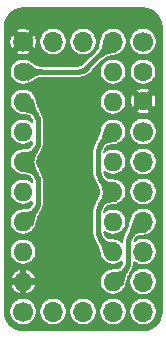
<source format=gbr>
%TF.GenerationSoftware,KiCad,Pcbnew,5.1.10*%
%TF.CreationDate,2021-08-19T15:46:26+12:00*%
%TF.ProjectId,74HC365_breakout,37344843-3336-4355-9f62-7265616b6f75,rev?*%
%TF.SameCoordinates,Original*%
%TF.FileFunction,Copper,L2,Bot*%
%TF.FilePolarity,Positive*%
%FSLAX46Y46*%
G04 Gerber Fmt 4.6, Leading zero omitted, Abs format (unit mm)*
G04 Created by KiCad (PCBNEW 5.1.10) date 2021-08-19 15:46:26*
%MOMM*%
%LPD*%
G01*
G04 APERTURE LIST*
%TA.AperFunction,ComponentPad*%
%ADD10C,1.600000*%
%TD*%
%TA.AperFunction,ComponentPad*%
%ADD11O,1.600000X1.600000*%
%TD*%
%TA.AperFunction,ComponentPad*%
%ADD12O,1.700000X1.700000*%
%TD*%
%TA.AperFunction,ComponentPad*%
%ADD13C,1.700000*%
%TD*%
%TA.AperFunction,Conductor*%
%ADD14C,0.400000*%
%TD*%
%TA.AperFunction,Conductor*%
%ADD15C,0.127000*%
%TD*%
%TA.AperFunction,Conductor*%
%ADD16C,0.100000*%
%TD*%
%TA.AperFunction,Conductor*%
%ADD17C,0.025400*%
%TD*%
G04 APERTURE END LIST*
D10*
%TO.P,C1,2*%
%TO.N,GND*%
X137160000Y-91400000D03*
%TO.P,C1,1*%
%TO.N,+5V*%
X137160000Y-88900000D03*
%TD*%
%TO.P,U1,1*%
%TO.N,E1*%
X127000000Y-88900000D03*
D11*
%TO.P,U1,9*%
%TO.N,Net-(J1-Pad4)*%
X134620000Y-106680000D03*
%TO.P,U1,2*%
%TO.N,INPUT*%
X127000000Y-91440000D03*
%TO.P,U1,10*%
X134620000Y-104140000D03*
%TO.P,U1,3*%
%TO.N,Net-(J1-Pad1)*%
X127000000Y-93980000D03*
%TO.P,U1,11*%
%TO.N,Net-(J1-Pad5)*%
X134620000Y-101600000D03*
%TO.P,U1,4*%
%TO.N,INPUT*%
X127000000Y-96520000D03*
%TO.P,U1,12*%
X134620000Y-99060000D03*
%TO.P,U1,5*%
%TO.N,Net-(J1-Pad2)*%
X127000000Y-99060000D03*
%TO.P,U1,13*%
%TO.N,Net-(J1-Pad6)*%
X134620000Y-96520000D03*
%TO.P,U1,6*%
%TO.N,INPUT*%
X127000000Y-101600000D03*
%TO.P,U1,14*%
X134620000Y-93980000D03*
%TO.P,U1,7*%
%TO.N,Net-(J1-Pad3)*%
X127000000Y-104140000D03*
%TO.P,U1,15*%
%TO.N,E2*%
X134620000Y-91440000D03*
%TO.P,U1,8*%
%TO.N,GND*%
X127000000Y-106680000D03*
%TO.P,U1,16*%
%TO.N,+5V*%
X134620000Y-88900000D03*
%TD*%
D12*
%TO.P,J3,5*%
%TO.N,Net-(J3-Pad5)*%
X137160000Y-109220000D03*
%TO.P,J3,4*%
%TO.N,Net-(J3-Pad4)*%
X134620000Y-109220000D03*
%TO.P,J3,3*%
%TO.N,Net-(J3-Pad3)*%
X132080000Y-109220000D03*
%TO.P,J3,2*%
%TO.N,Net-(J3-Pad2)*%
X129540000Y-109220000D03*
D13*
%TO.P,J3,1*%
%TO.N,Net-(J3-Pad1)*%
X127000000Y-109220000D03*
%TD*%
%TO.P,J2,1*%
%TO.N,+5V*%
X137160000Y-86360000D03*
D12*
%TO.P,J2,2*%
%TO.N,E1*%
X134620000Y-86360000D03*
%TO.P,J2,3*%
%TO.N,E2*%
X132080000Y-86360000D03*
%TO.P,J2,4*%
%TO.N,INPUT*%
X129540000Y-86360000D03*
%TO.P,J2,5*%
%TO.N,GND*%
%TA.AperFunction,ComponentPad*%
G36*
G01*
X126398959Y-86961041D02*
X126398959Y-86961041D01*
G75*
G02*
X126398959Y-85758959I601041J601041D01*
G01*
X126398959Y-85758959D01*
G75*
G02*
X127601041Y-85758959I601041J-601041D01*
G01*
X127601041Y-85758959D01*
G75*
G02*
X127601041Y-86961041I-601041J-601041D01*
G01*
X127601041Y-86961041D01*
G75*
G02*
X126398959Y-86961041I-601041J601041D01*
G01*
G37*
%TD.AperFunction*%
%TD*%
D13*
%TO.P,J1,1*%
%TO.N,Net-(J1-Pad1)*%
X137160000Y-93980000D03*
D12*
%TO.P,J1,2*%
%TO.N,Net-(J1-Pad2)*%
X137160000Y-96520000D03*
%TO.P,J1,3*%
%TO.N,Net-(J1-Pad3)*%
X137160000Y-99060000D03*
%TO.P,J1,4*%
%TO.N,Net-(J1-Pad4)*%
X137160000Y-101600000D03*
%TO.P,J1,5*%
%TO.N,Net-(J1-Pad5)*%
X137160000Y-104140000D03*
%TO.P,J1,6*%
%TO.N,Net-(J1-Pad6)*%
X137160000Y-106680000D03*
%TD*%
D14*
%TO.N,Net-(J1-Pad4)*%
X136249210Y-102510789D02*
X137160000Y-101600000D01*
X136249210Y-102510789D02*
X136207701Y-102554384D01*
X136207701Y-102554384D02*
X136168383Y-102599965D01*
X136168383Y-102599965D02*
X136131349Y-102647421D01*
X136131349Y-102647421D02*
X136096688Y-102696636D01*
X136096688Y-102696636D02*
X136064483Y-102747492D01*
X136064483Y-102747492D02*
X136034813Y-102799868D01*
X136034813Y-102799868D02*
X136007748Y-102853636D01*
X136007748Y-102853636D02*
X135983355Y-102908668D01*
X135983355Y-102908668D02*
X135961690Y-102964830D01*
X135961690Y-102964830D02*
X135942808Y-103021988D01*
X135942808Y-103021988D02*
X135926753Y-103080003D01*
X135926753Y-103080003D02*
X135913564Y-103138736D01*
X135913564Y-103138736D02*
X135903273Y-103198046D01*
X135903273Y-103198046D02*
X135895905Y-103257789D01*
X135895905Y-103257789D02*
X135891476Y-103317822D01*
X135891476Y-103317822D02*
X135890000Y-103378000D01*
X135530789Y-105769210D02*
X134620000Y-106680000D01*
X135530789Y-105769210D02*
X135572295Y-105725612D01*
X135572295Y-105725612D02*
X135611614Y-105680032D01*
X135611614Y-105680032D02*
X135648648Y-105632577D01*
X135648648Y-105632577D02*
X135683309Y-105583362D01*
X135683309Y-105583362D02*
X135715514Y-105532505D01*
X135715514Y-105532505D02*
X135745184Y-105480130D01*
X135745184Y-105480130D02*
X135772249Y-105426361D01*
X135772249Y-105426361D02*
X135796643Y-105371330D01*
X135796643Y-105371330D02*
X135818307Y-105315168D01*
X135818307Y-105315168D02*
X135837189Y-105258010D01*
X135837189Y-105258010D02*
X135853244Y-105199995D01*
X135853244Y-105199995D02*
X135866433Y-105141262D01*
X135866433Y-105141262D02*
X135876725Y-105081953D01*
X135876725Y-105081953D02*
X135884093Y-105022210D01*
X135884093Y-105022210D02*
X135888522Y-104962177D01*
X135888522Y-104962177D02*
X135890000Y-104902000D01*
X135890000Y-104902000D02*
X135890000Y-103378000D01*
%TO.N,E1*%
X131572000Y-88900000D02*
X127000000Y-88900000D01*
X131572000Y-88900000D02*
X131632177Y-88898522D01*
X131632177Y-88898522D02*
X131692210Y-88894094D01*
X131692210Y-88894094D02*
X131751953Y-88886725D01*
X131751953Y-88886725D02*
X131811262Y-88876434D01*
X131811262Y-88876434D02*
X131869995Y-88863245D01*
X131869995Y-88863245D02*
X131928011Y-88847190D01*
X131928011Y-88847190D02*
X131985168Y-88828307D01*
X131985168Y-88828307D02*
X132041330Y-88806643D01*
X132041330Y-88806643D02*
X132096362Y-88782249D01*
X132096362Y-88782249D02*
X132150130Y-88755185D01*
X132150130Y-88755185D02*
X132202505Y-88725514D01*
X132202505Y-88725514D02*
X132253362Y-88693310D01*
X132253362Y-88693310D02*
X132302577Y-88658648D01*
X132302577Y-88658648D02*
X132350032Y-88621614D01*
X132350032Y-88621614D02*
X132395613Y-88582296D01*
X132395613Y-88582296D02*
X132439210Y-88540789D01*
X132439210Y-88540789D02*
X134620000Y-86360000D01*
%TO.N,INPUT*%
X127910789Y-100689210D02*
X127000000Y-101600000D01*
X127910789Y-100689210D02*
X127952296Y-100645613D01*
X127952296Y-100645613D02*
X127991614Y-100600032D01*
X127991614Y-100600032D02*
X128028648Y-100552577D01*
X128028648Y-100552577D02*
X128063310Y-100503362D01*
X128063310Y-100503362D02*
X128095514Y-100452505D01*
X128095514Y-100452505D02*
X128125185Y-100400130D01*
X128125185Y-100400130D02*
X128152249Y-100346362D01*
X128152249Y-100346362D02*
X128176643Y-100291330D01*
X128176643Y-100291330D02*
X128198307Y-100235168D01*
X128198307Y-100235168D02*
X128217190Y-100178010D01*
X128217190Y-100178010D02*
X128233245Y-100119995D01*
X128233245Y-100119995D02*
X128246434Y-100061262D01*
X128246434Y-100061262D02*
X128256725Y-100001953D01*
X128256725Y-100001953D02*
X128264093Y-99942210D01*
X128264093Y-99942210D02*
X128268522Y-99882177D01*
X128268522Y-99882177D02*
X128270000Y-99822000D01*
X127910789Y-97430789D02*
X127000000Y-96520000D01*
X127910789Y-97430789D02*
X127952296Y-97474385D01*
X127952296Y-97474385D02*
X127991614Y-97519966D01*
X127991614Y-97519966D02*
X128028649Y-97567421D01*
X128028649Y-97567421D02*
X128063310Y-97616636D01*
X128063310Y-97616636D02*
X128095514Y-97667493D01*
X128095514Y-97667493D02*
X128125185Y-97719868D01*
X128125185Y-97719868D02*
X128152249Y-97773637D01*
X128152249Y-97773637D02*
X128176643Y-97828668D01*
X128176643Y-97828668D02*
X128198307Y-97884831D01*
X128198307Y-97884831D02*
X128217190Y-97941988D01*
X128217190Y-97941988D02*
X128233245Y-98000003D01*
X128233245Y-98000003D02*
X128246434Y-98058737D01*
X128246434Y-98058737D02*
X128256725Y-98118046D01*
X128256725Y-98118046D02*
X128264094Y-98177789D01*
X128264094Y-98177789D02*
X128268522Y-98237822D01*
X128268522Y-98237822D02*
X128270000Y-98298000D01*
X128270000Y-98298000D02*
X128270000Y-99822000D01*
X128270000Y-94742000D02*
X128268522Y-94802177D01*
X128268522Y-94802177D02*
X128264094Y-94862210D01*
X128264094Y-94862210D02*
X128256725Y-94921953D01*
X128256725Y-94921953D02*
X128246434Y-94981262D01*
X128246434Y-94981262D02*
X128233245Y-95039995D01*
X128233245Y-95039995D02*
X128217190Y-95098011D01*
X128217190Y-95098011D02*
X128198307Y-95155168D01*
X128198307Y-95155168D02*
X128176643Y-95211330D01*
X128176643Y-95211330D02*
X128152249Y-95266362D01*
X128152249Y-95266362D02*
X128125185Y-95320130D01*
X128125185Y-95320130D02*
X128095514Y-95372505D01*
X128095514Y-95372505D02*
X128063310Y-95423362D01*
X128063310Y-95423362D02*
X128028648Y-95472577D01*
X128028648Y-95472577D02*
X127991614Y-95520032D01*
X127991614Y-95520032D02*
X127952296Y-95565613D01*
X127952296Y-95565613D02*
X127910789Y-95609210D01*
X127910789Y-95609210D02*
X127000000Y-96520000D01*
X127910789Y-92350789D02*
X127000000Y-91440000D01*
X127910789Y-92350789D02*
X127952296Y-92394385D01*
X127952296Y-92394385D02*
X127991614Y-92439966D01*
X127991614Y-92439966D02*
X128028649Y-92487421D01*
X128028649Y-92487421D02*
X128063310Y-92536636D01*
X128063310Y-92536636D02*
X128095514Y-92587493D01*
X128095514Y-92587493D02*
X128125185Y-92639868D01*
X128125185Y-92639868D02*
X128152249Y-92693637D01*
X128152249Y-92693637D02*
X128176643Y-92748668D01*
X128176643Y-92748668D02*
X128198307Y-92804831D01*
X128198307Y-92804831D02*
X128217190Y-92861988D01*
X128217190Y-92861988D02*
X128233245Y-92920003D01*
X128233245Y-92920003D02*
X128246434Y-92978737D01*
X128246434Y-92978737D02*
X128256725Y-93038046D01*
X128256725Y-93038046D02*
X128264094Y-93097789D01*
X128264094Y-93097789D02*
X128268522Y-93157822D01*
X128268522Y-93157822D02*
X128270000Y-93218000D01*
X128270000Y-93218000D02*
X128270000Y-94742000D01*
X133350000Y-100838000D02*
X133351476Y-100777822D01*
X133351476Y-100777822D02*
X133355905Y-100717789D01*
X133355905Y-100717789D02*
X133363273Y-100658046D01*
X133363273Y-100658046D02*
X133373564Y-100598737D01*
X133373564Y-100598737D02*
X133386753Y-100540003D01*
X133386753Y-100540003D02*
X133402808Y-100481988D01*
X133402808Y-100481988D02*
X133421691Y-100424830D01*
X133421691Y-100424830D02*
X133443355Y-100368668D01*
X133443355Y-100368668D02*
X133467749Y-100313637D01*
X133467749Y-100313637D02*
X133494813Y-100259868D01*
X133494813Y-100259868D02*
X133524484Y-100207493D01*
X133524484Y-100207493D02*
X133556688Y-100156636D01*
X133556688Y-100156636D02*
X133591349Y-100107421D01*
X133591349Y-100107421D02*
X133628384Y-100059966D01*
X133628384Y-100059966D02*
X133667702Y-100014385D01*
X133667702Y-100014385D02*
X133709210Y-99970789D01*
X133709210Y-99970789D02*
X134620000Y-99060000D01*
X133709210Y-103229210D02*
X134620000Y-104140000D01*
X133709210Y-103229210D02*
X133667702Y-103185613D01*
X133667702Y-103185613D02*
X133628384Y-103140032D01*
X133628384Y-103140032D02*
X133591350Y-103092577D01*
X133591350Y-103092577D02*
X133556688Y-103043362D01*
X133556688Y-103043362D02*
X133524484Y-102992505D01*
X133524484Y-102992505D02*
X133494813Y-102940130D01*
X133494813Y-102940130D02*
X133467749Y-102886362D01*
X133467749Y-102886362D02*
X133443355Y-102831330D01*
X133443355Y-102831330D02*
X133421691Y-102775168D01*
X133421691Y-102775168D02*
X133402809Y-102718010D01*
X133402809Y-102718010D02*
X133386754Y-102659995D01*
X133386754Y-102659995D02*
X133373565Y-102601262D01*
X133373565Y-102601262D02*
X133363274Y-102541953D01*
X133363274Y-102541953D02*
X133355905Y-102482210D01*
X133355905Y-102482210D02*
X133351477Y-102422177D01*
X133351477Y-102422177D02*
X133350000Y-102362000D01*
X133350000Y-102362000D02*
X133350000Y-100838000D01*
X133709210Y-98149210D02*
X134620000Y-99060000D01*
X133709210Y-98149210D02*
X133667702Y-98105613D01*
X133667702Y-98105613D02*
X133628384Y-98060032D01*
X133628384Y-98060032D02*
X133591350Y-98012577D01*
X133591350Y-98012577D02*
X133556688Y-97963362D01*
X133556688Y-97963362D02*
X133524484Y-97912505D01*
X133524484Y-97912505D02*
X133494813Y-97860130D01*
X133494813Y-97860130D02*
X133467749Y-97806362D01*
X133467749Y-97806362D02*
X133443355Y-97751330D01*
X133443355Y-97751330D02*
X133421691Y-97695168D01*
X133421691Y-97695168D02*
X133402809Y-97638010D01*
X133402809Y-97638010D02*
X133386754Y-97579995D01*
X133386754Y-97579995D02*
X133373565Y-97521262D01*
X133373565Y-97521262D02*
X133363274Y-97461953D01*
X133363274Y-97461953D02*
X133355905Y-97402210D01*
X133355905Y-97402210D02*
X133351477Y-97342177D01*
X133351477Y-97342177D02*
X133350000Y-97282000D01*
X133709210Y-94890789D02*
X134620000Y-93980000D01*
X133709210Y-94890789D02*
X133667702Y-94934385D01*
X133667702Y-94934385D02*
X133628384Y-94979966D01*
X133628384Y-94979966D02*
X133591349Y-95027421D01*
X133591349Y-95027421D02*
X133556688Y-95076636D01*
X133556688Y-95076636D02*
X133524484Y-95127493D01*
X133524484Y-95127493D02*
X133494813Y-95179868D01*
X133494813Y-95179868D02*
X133467749Y-95233637D01*
X133467749Y-95233637D02*
X133443355Y-95288668D01*
X133443355Y-95288668D02*
X133421691Y-95344831D01*
X133421691Y-95344831D02*
X133402808Y-95401988D01*
X133402808Y-95401988D02*
X133386753Y-95460003D01*
X133386753Y-95460003D02*
X133373565Y-95518737D01*
X133373565Y-95518737D02*
X133363273Y-95578046D01*
X133363273Y-95578046D02*
X133355905Y-95637789D01*
X133355905Y-95637789D02*
X133351477Y-95697822D01*
X133351477Y-95697822D02*
X133350000Y-95758000D01*
X133350000Y-95758000D02*
X133350000Y-97282000D01*
%TD*%
D15*
%TO.N,GND*%
X137463168Y-83558868D02*
X137754796Y-83646915D01*
X138023769Y-83789931D01*
X138259831Y-83982459D01*
X138454010Y-84217181D01*
X138598897Y-84485144D01*
X138688977Y-84776146D01*
X138722500Y-85095092D01*
X138722501Y-109203244D01*
X138691132Y-109523170D01*
X138603085Y-109814795D01*
X138460069Y-110083769D01*
X138267539Y-110319834D01*
X138032820Y-110514010D01*
X137764858Y-110658896D01*
X137473854Y-110748977D01*
X137154909Y-110782500D01*
X127016746Y-110782500D01*
X126696830Y-110751132D01*
X126405205Y-110663085D01*
X126136231Y-110520069D01*
X125900166Y-110327539D01*
X125705990Y-110092820D01*
X125561104Y-109824858D01*
X125471023Y-109533854D01*
X125437500Y-109214909D01*
X125437500Y-109105011D01*
X125832500Y-109105011D01*
X125832500Y-109334989D01*
X125877366Y-109560547D01*
X125965375Y-109773019D01*
X126093144Y-109964238D01*
X126255762Y-110126856D01*
X126446981Y-110254625D01*
X126659453Y-110342634D01*
X126885011Y-110387500D01*
X127114989Y-110387500D01*
X127340547Y-110342634D01*
X127553019Y-110254625D01*
X127744238Y-110126856D01*
X127906856Y-109964238D01*
X128034625Y-109773019D01*
X128122634Y-109560547D01*
X128167500Y-109334989D01*
X128167500Y-109105011D01*
X128372500Y-109105011D01*
X128372500Y-109334989D01*
X128417366Y-109560547D01*
X128505375Y-109773019D01*
X128633144Y-109964238D01*
X128795762Y-110126856D01*
X128986981Y-110254625D01*
X129199453Y-110342634D01*
X129425011Y-110387500D01*
X129654989Y-110387500D01*
X129880547Y-110342634D01*
X130093019Y-110254625D01*
X130284238Y-110126856D01*
X130446856Y-109964238D01*
X130574625Y-109773019D01*
X130662634Y-109560547D01*
X130707500Y-109334989D01*
X130707500Y-109105011D01*
X130912500Y-109105011D01*
X130912500Y-109334989D01*
X130957366Y-109560547D01*
X131045375Y-109773019D01*
X131173144Y-109964238D01*
X131335762Y-110126856D01*
X131526981Y-110254625D01*
X131739453Y-110342634D01*
X131965011Y-110387500D01*
X132194989Y-110387500D01*
X132420547Y-110342634D01*
X132633019Y-110254625D01*
X132824238Y-110126856D01*
X132986856Y-109964238D01*
X133114625Y-109773019D01*
X133202634Y-109560547D01*
X133247500Y-109334989D01*
X133247500Y-109105011D01*
X133452500Y-109105011D01*
X133452500Y-109334989D01*
X133497366Y-109560547D01*
X133585375Y-109773019D01*
X133713144Y-109964238D01*
X133875762Y-110126856D01*
X134066981Y-110254625D01*
X134279453Y-110342634D01*
X134505011Y-110387500D01*
X134734989Y-110387500D01*
X134960547Y-110342634D01*
X135173019Y-110254625D01*
X135364238Y-110126856D01*
X135526856Y-109964238D01*
X135654625Y-109773019D01*
X135742634Y-109560547D01*
X135787500Y-109334989D01*
X135787500Y-109105011D01*
X135992500Y-109105011D01*
X135992500Y-109334989D01*
X136037366Y-109560547D01*
X136125375Y-109773019D01*
X136253144Y-109964238D01*
X136415762Y-110126856D01*
X136606981Y-110254625D01*
X136819453Y-110342634D01*
X137045011Y-110387500D01*
X137274989Y-110387500D01*
X137500547Y-110342634D01*
X137713019Y-110254625D01*
X137904238Y-110126856D01*
X138066856Y-109964238D01*
X138194625Y-109773019D01*
X138282634Y-109560547D01*
X138327500Y-109334989D01*
X138327500Y-109105011D01*
X138282634Y-108879453D01*
X138194625Y-108666981D01*
X138066856Y-108475762D01*
X137904238Y-108313144D01*
X137713019Y-108185375D01*
X137500547Y-108097366D01*
X137274989Y-108052500D01*
X137045011Y-108052500D01*
X136819453Y-108097366D01*
X136606981Y-108185375D01*
X136415762Y-108313144D01*
X136253144Y-108475762D01*
X136125375Y-108666981D01*
X136037366Y-108879453D01*
X135992500Y-109105011D01*
X135787500Y-109105011D01*
X135742634Y-108879453D01*
X135654625Y-108666981D01*
X135526856Y-108475762D01*
X135364238Y-108313144D01*
X135173019Y-108185375D01*
X134960547Y-108097366D01*
X134734989Y-108052500D01*
X134505011Y-108052500D01*
X134279453Y-108097366D01*
X134066981Y-108185375D01*
X133875762Y-108313144D01*
X133713144Y-108475762D01*
X133585375Y-108666981D01*
X133497366Y-108879453D01*
X133452500Y-109105011D01*
X133247500Y-109105011D01*
X133202634Y-108879453D01*
X133114625Y-108666981D01*
X132986856Y-108475762D01*
X132824238Y-108313144D01*
X132633019Y-108185375D01*
X132420547Y-108097366D01*
X132194989Y-108052500D01*
X131965011Y-108052500D01*
X131739453Y-108097366D01*
X131526981Y-108185375D01*
X131335762Y-108313144D01*
X131173144Y-108475762D01*
X131045375Y-108666981D01*
X130957366Y-108879453D01*
X130912500Y-109105011D01*
X130707500Y-109105011D01*
X130662634Y-108879453D01*
X130574625Y-108666981D01*
X130446856Y-108475762D01*
X130284238Y-108313144D01*
X130093019Y-108185375D01*
X129880547Y-108097366D01*
X129654989Y-108052500D01*
X129425011Y-108052500D01*
X129199453Y-108097366D01*
X128986981Y-108185375D01*
X128795762Y-108313144D01*
X128633144Y-108475762D01*
X128505375Y-108666981D01*
X128417366Y-108879453D01*
X128372500Y-109105011D01*
X128167500Y-109105011D01*
X128122634Y-108879453D01*
X128034625Y-108666981D01*
X127906856Y-108475762D01*
X127744238Y-108313144D01*
X127553019Y-108185375D01*
X127340547Y-108097366D01*
X127114989Y-108052500D01*
X126885011Y-108052500D01*
X126659453Y-108097366D01*
X126446981Y-108185375D01*
X126255762Y-108313144D01*
X126093144Y-108475762D01*
X125965375Y-108666981D01*
X125877366Y-108879453D01*
X125832500Y-109105011D01*
X125437500Y-109105011D01*
X125437500Y-107040411D01*
X125942215Y-107040411D01*
X125997175Y-107173124D01*
X126112648Y-107359290D01*
X126262221Y-107519351D01*
X126440147Y-107647157D01*
X126639587Y-107737795D01*
X126809500Y-107701778D01*
X126809500Y-106870500D01*
X127190500Y-106870500D01*
X127190500Y-107701778D01*
X127360413Y-107737795D01*
X127559853Y-107647157D01*
X127737779Y-107519351D01*
X127887352Y-107359290D01*
X128002825Y-107173124D01*
X128057785Y-107040411D01*
X128020497Y-106870500D01*
X127190500Y-106870500D01*
X126809500Y-106870500D01*
X125979503Y-106870500D01*
X125942215Y-107040411D01*
X125437500Y-107040411D01*
X125437500Y-106319589D01*
X125942215Y-106319589D01*
X125979503Y-106489500D01*
X126809500Y-106489500D01*
X126809500Y-105658222D01*
X127190500Y-105658222D01*
X127190500Y-106489500D01*
X128020497Y-106489500D01*
X128057785Y-106319589D01*
X128002825Y-106186876D01*
X127887352Y-106000710D01*
X127737779Y-105840649D01*
X127559853Y-105712843D01*
X127360413Y-105622205D01*
X127190500Y-105658222D01*
X126809500Y-105658222D01*
X126639587Y-105622205D01*
X126440147Y-105712843D01*
X126262221Y-105840649D01*
X126112648Y-106000710D01*
X125997175Y-106186876D01*
X125942215Y-106319589D01*
X125437500Y-106319589D01*
X125437500Y-104029936D01*
X125882500Y-104029936D01*
X125882500Y-104250064D01*
X125925445Y-104465963D01*
X126009684Y-104669335D01*
X126131981Y-104852365D01*
X126287635Y-105008019D01*
X126470665Y-105130316D01*
X126674037Y-105214555D01*
X126889936Y-105257500D01*
X127110064Y-105257500D01*
X127325963Y-105214555D01*
X127529335Y-105130316D01*
X127712365Y-105008019D01*
X127868019Y-104852365D01*
X127990316Y-104669335D01*
X128074555Y-104465963D01*
X128117500Y-104250064D01*
X128117500Y-104029936D01*
X128074555Y-103814037D01*
X127990316Y-103610665D01*
X127868019Y-103427635D01*
X127712365Y-103271981D01*
X127529335Y-103149684D01*
X127325963Y-103065445D01*
X127110064Y-103022500D01*
X126889936Y-103022500D01*
X126674037Y-103065445D01*
X126470665Y-103149684D01*
X126287635Y-103271981D01*
X126131981Y-103427635D01*
X126009684Y-103610665D01*
X125925445Y-103814037D01*
X125882500Y-104029936D01*
X125437500Y-104029936D01*
X125437500Y-91329936D01*
X125882500Y-91329936D01*
X125882500Y-91550064D01*
X125925445Y-91765963D01*
X126009684Y-91969335D01*
X126131981Y-92152365D01*
X126287635Y-92308019D01*
X126470665Y-92430316D01*
X126674037Y-92514555D01*
X126754481Y-92530556D01*
X126803848Y-92544564D01*
X126835524Y-92551823D01*
X126978448Y-92576958D01*
X126999803Y-92579970D01*
X127133552Y-92594220D01*
X127140051Y-92594845D01*
X127259566Y-92605098D01*
X127355307Y-92616996D01*
X127424837Y-92633162D01*
X127475942Y-92654623D01*
X127498229Y-92670085D01*
X127540404Y-92712260D01*
X127568739Y-92742021D01*
X127591455Y-92768356D01*
X127610010Y-92792132D01*
X127656098Y-92861726D01*
X127668655Y-92883891D01*
X127684296Y-92914967D01*
X127698390Y-92946760D01*
X127710911Y-92979221D01*
X127721826Y-93012258D01*
X127731099Y-93045768D01*
X127738728Y-93079740D01*
X127744673Y-93114000D01*
X127748931Y-93148524D01*
X127748933Y-93148549D01*
X127712365Y-93111981D01*
X127529335Y-92989684D01*
X127325963Y-92905445D01*
X127110064Y-92862500D01*
X126889936Y-92862500D01*
X126674037Y-92905445D01*
X126470665Y-92989684D01*
X126287635Y-93111981D01*
X126131981Y-93267635D01*
X126009684Y-93450665D01*
X125925445Y-93654037D01*
X125882500Y-93869936D01*
X125882500Y-94090064D01*
X125925445Y-94305963D01*
X126009684Y-94509335D01*
X126131981Y-94692365D01*
X126287635Y-94848019D01*
X126470665Y-94970316D01*
X126674037Y-95054555D01*
X126889936Y-95097500D01*
X127110064Y-95097500D01*
X127325963Y-95054555D01*
X127529335Y-94970316D01*
X127712365Y-94848019D01*
X127748933Y-94811451D01*
X127748931Y-94811475D01*
X127744673Y-94845999D01*
X127738726Y-94880270D01*
X127731105Y-94914210D01*
X127721824Y-94947747D01*
X127710912Y-94980777D01*
X127698395Y-95013225D01*
X127684295Y-95045035D01*
X127668655Y-95076107D01*
X127656095Y-95098278D01*
X127610012Y-95167865D01*
X127591459Y-95191638D01*
X127568737Y-95217979D01*
X127540393Y-95247750D01*
X127498230Y-95289914D01*
X127475942Y-95305376D01*
X127424837Y-95326837D01*
X127355307Y-95343003D01*
X127259566Y-95354901D01*
X127140051Y-95365154D01*
X127133552Y-95365779D01*
X126999803Y-95380029D01*
X126978448Y-95383041D01*
X126835524Y-95408176D01*
X126803846Y-95415435D01*
X126754466Y-95429447D01*
X126674037Y-95445445D01*
X126470665Y-95529684D01*
X126287635Y-95651981D01*
X126131981Y-95807635D01*
X126009684Y-95990665D01*
X125925445Y-96194037D01*
X125882500Y-96409936D01*
X125882500Y-96630064D01*
X125925445Y-96845963D01*
X126009684Y-97049335D01*
X126131981Y-97232365D01*
X126287635Y-97388019D01*
X126470665Y-97510316D01*
X126674037Y-97594555D01*
X126754481Y-97610556D01*
X126803848Y-97624564D01*
X126835524Y-97631823D01*
X126978448Y-97656958D01*
X126999803Y-97659970D01*
X127133552Y-97674220D01*
X127140051Y-97674845D01*
X127259566Y-97685098D01*
X127355307Y-97696996D01*
X127424837Y-97713162D01*
X127475942Y-97734623D01*
X127498229Y-97750085D01*
X127540404Y-97792260D01*
X127568739Y-97822021D01*
X127591455Y-97848356D01*
X127610010Y-97872132D01*
X127656098Y-97941726D01*
X127668655Y-97963891D01*
X127684296Y-97994967D01*
X127698390Y-98026760D01*
X127710911Y-98059221D01*
X127721826Y-98092258D01*
X127731099Y-98125768D01*
X127738728Y-98159740D01*
X127744673Y-98194000D01*
X127748931Y-98228524D01*
X127748933Y-98228549D01*
X127712365Y-98191981D01*
X127529335Y-98069684D01*
X127325963Y-97985445D01*
X127110064Y-97942500D01*
X126889936Y-97942500D01*
X126674037Y-97985445D01*
X126470665Y-98069684D01*
X126287635Y-98191981D01*
X126131981Y-98347635D01*
X126009684Y-98530665D01*
X125925445Y-98734037D01*
X125882500Y-98949936D01*
X125882500Y-99170064D01*
X125925445Y-99385963D01*
X126009684Y-99589335D01*
X126131981Y-99772365D01*
X126287635Y-99928019D01*
X126470665Y-100050316D01*
X126674037Y-100134555D01*
X126889936Y-100177500D01*
X127110064Y-100177500D01*
X127325963Y-100134555D01*
X127529335Y-100050316D01*
X127712365Y-99928019D01*
X127748932Y-99891452D01*
X127748930Y-99891470D01*
X127744671Y-99926010D01*
X127738726Y-99960270D01*
X127731103Y-99994215D01*
X127721827Y-100027735D01*
X127710908Y-100060785D01*
X127698395Y-100093225D01*
X127684295Y-100125035D01*
X127668655Y-100156107D01*
X127656095Y-100178278D01*
X127610012Y-100247865D01*
X127591459Y-100271638D01*
X127568737Y-100297979D01*
X127540393Y-100327750D01*
X127498230Y-100369914D01*
X127475942Y-100385376D01*
X127424837Y-100406837D01*
X127355307Y-100423003D01*
X127259566Y-100434901D01*
X127140051Y-100445154D01*
X127133552Y-100445779D01*
X126999803Y-100460029D01*
X126978448Y-100463041D01*
X126835524Y-100488176D01*
X126803846Y-100495435D01*
X126754466Y-100509447D01*
X126674037Y-100525445D01*
X126470665Y-100609684D01*
X126287635Y-100731981D01*
X126131981Y-100887635D01*
X126009684Y-101070665D01*
X125925445Y-101274037D01*
X125882500Y-101489936D01*
X125882500Y-101710064D01*
X125925445Y-101925963D01*
X126009684Y-102129335D01*
X126131981Y-102312365D01*
X126287635Y-102468019D01*
X126470665Y-102590316D01*
X126674037Y-102674555D01*
X126889936Y-102717500D01*
X127110064Y-102717500D01*
X127325963Y-102674555D01*
X127529335Y-102590316D01*
X127712365Y-102468019D01*
X127868019Y-102312365D01*
X127990316Y-102129335D01*
X128074555Y-101925963D01*
X128082225Y-101887401D01*
X128110869Y-101801962D01*
X128112805Y-101795992D01*
X128156591Y-101656282D01*
X128157708Y-101652642D01*
X128194726Y-101529364D01*
X128228061Y-101418835D01*
X128260502Y-101317848D01*
X128295769Y-101219466D01*
X128338076Y-101115602D01*
X128391880Y-100998497D01*
X128461605Y-100861232D01*
X128542453Y-100714003D01*
X128546324Y-100707890D01*
X128551975Y-100696663D01*
X128552193Y-100696265D01*
X128569209Y-100666229D01*
X128576004Y-100655499D01*
X128581709Y-100644164D01*
X128587978Y-100633099D01*
X128593135Y-100621466D01*
X128608787Y-100590370D01*
X128615054Y-100579307D01*
X128620207Y-100567683D01*
X128625920Y-100556332D01*
X128630493Y-100544476D01*
X128644601Y-100512648D01*
X128650321Y-100501285D01*
X128654901Y-100489412D01*
X128660044Y-100477809D01*
X128664025Y-100465760D01*
X128676570Y-100433237D01*
X128681714Y-100421632D01*
X128685698Y-100409572D01*
X128690277Y-100397702D01*
X128693668Y-100385449D01*
X128704595Y-100352373D01*
X128709165Y-100340526D01*
X128712550Y-100328293D01*
X128716541Y-100316214D01*
X128719328Y-100303803D01*
X128728617Y-100270237D01*
X128732602Y-100258175D01*
X128735384Y-100245787D01*
X128738777Y-100233526D01*
X128740952Y-100220992D01*
X128748580Y-100187022D01*
X128751970Y-100174772D01*
X128754143Y-100162249D01*
X128756927Y-100149851D01*
X128758483Y-100137236D01*
X128764436Y-100102930D01*
X128767223Y-100090517D01*
X128768780Y-100077892D01*
X128770950Y-100065386D01*
X128771884Y-100052721D01*
X128776149Y-100018137D01*
X128778320Y-100005629D01*
X128779255Y-99992955D01*
X128780812Y-99980331D01*
X128781124Y-99967629D01*
X128783686Y-99932904D01*
X128785242Y-99920288D01*
X128785554Y-99907582D01*
X128786489Y-99894909D01*
X128786177Y-99882203D01*
X128786876Y-99853752D01*
X128787500Y-99847413D01*
X128787500Y-99828322D01*
X128787967Y-99809302D01*
X128787500Y-99802969D01*
X128787500Y-98317031D01*
X128787967Y-98310698D01*
X128787500Y-98291677D01*
X128787500Y-98272587D01*
X128786876Y-98266248D01*
X128786177Y-98237797D01*
X128786489Y-98225098D01*
X128785554Y-98212424D01*
X128785242Y-98199711D01*
X128783686Y-98187097D01*
X128781124Y-98152366D01*
X128780812Y-98139660D01*
X128779257Y-98127052D01*
X128778322Y-98114378D01*
X128776149Y-98101852D01*
X128771885Y-98067285D01*
X128770950Y-98054613D01*
X128768777Y-98042091D01*
X128767221Y-98029474D01*
X128764436Y-98017073D01*
X128758485Y-97982775D01*
X128756928Y-97970150D01*
X128754141Y-97957738D01*
X128751970Y-97945227D01*
X128748584Y-97932991D01*
X128740950Y-97898994D01*
X128738777Y-97886472D01*
X128735388Y-97874225D01*
X128732603Y-97861824D01*
X128728615Y-97849753D01*
X128719327Y-97816191D01*
X128716540Y-97803781D01*
X128712551Y-97791706D01*
X128709165Y-97779472D01*
X128704594Y-97767622D01*
X128693663Y-97734536D01*
X128690277Y-97722299D01*
X128685702Y-97710439D01*
X128681713Y-97698364D01*
X128676565Y-97686752D01*
X128664031Y-97654256D01*
X128660043Y-97642185D01*
X128654895Y-97630572D01*
X128650322Y-97618716D01*
X128644606Y-97607360D01*
X128630492Y-97575520D01*
X128625921Y-97563670D01*
X128620205Y-97552314D01*
X128615052Y-97540689D01*
X128608790Y-97529634D01*
X128593135Y-97498533D01*
X128587978Y-97486899D01*
X128581712Y-97475839D01*
X128576006Y-97464502D01*
X128569209Y-97453767D01*
X128552223Y-97423785D01*
X128551965Y-97423315D01*
X128546324Y-97412108D01*
X128542461Y-97406007D01*
X128461601Y-97258756D01*
X128391886Y-97121510D01*
X128338078Y-97004400D01*
X128295769Y-96900527D01*
X128260498Y-96802138D01*
X128228056Y-96701149D01*
X128194836Y-96590998D01*
X128173516Y-96519999D01*
X128194726Y-96449364D01*
X128228061Y-96338835D01*
X128260502Y-96237848D01*
X128295769Y-96139466D01*
X128338076Y-96035602D01*
X128391880Y-95918497D01*
X128461605Y-95781232D01*
X128467384Y-95770707D01*
X132832033Y-95770707D01*
X132832500Y-95777038D01*
X132832501Y-97262949D01*
X132832033Y-97269293D01*
X132832501Y-97288361D01*
X132832501Y-97307413D01*
X132833124Y-97313736D01*
X132833822Y-97342190D01*
X132833510Y-97354899D01*
X132834445Y-97367579D01*
X132834757Y-97380280D01*
X132836312Y-97392891D01*
X132838875Y-97427632D01*
X132839187Y-97440339D01*
X132840742Y-97452947D01*
X132841677Y-97465621D01*
X132843850Y-97478146D01*
X132848114Y-97512716D01*
X132849049Y-97525386D01*
X132851221Y-97537906D01*
X132852778Y-97550526D01*
X132855563Y-97562930D01*
X132861516Y-97597236D01*
X132863072Y-97609851D01*
X132865856Y-97622250D01*
X132868029Y-97634772D01*
X132871418Y-97647019D01*
X132879051Y-97681009D01*
X132881223Y-97693527D01*
X132884611Y-97705771D01*
X132887397Y-97718176D01*
X132891385Y-97730249D01*
X132900671Y-97763802D01*
X132903456Y-97776206D01*
X132907446Y-97788283D01*
X132910834Y-97800527D01*
X132915405Y-97812376D01*
X132926335Y-97845463D01*
X132929722Y-97857702D01*
X132934291Y-97869547D01*
X132938281Y-97881625D01*
X132943436Y-97893256D01*
X132955967Y-97925741D01*
X132959954Y-97937809D01*
X132965104Y-97949428D01*
X132969678Y-97961285D01*
X132975392Y-97972637D01*
X132989503Y-98004472D01*
X132994078Y-98016332D01*
X132999795Y-98027689D01*
X133004944Y-98039306D01*
X133011207Y-98050362D01*
X133026870Y-98081479D01*
X133032021Y-98093099D01*
X133038282Y-98104150D01*
X133043994Y-98115499D01*
X133050795Y-98126239D01*
X133067754Y-98156175D01*
X133068029Y-98156675D01*
X133073674Y-98167890D01*
X133077540Y-98173995D01*
X133158398Y-98321244D01*
X133228113Y-98458490D01*
X133281926Y-98575612D01*
X133324229Y-98679467D01*
X133359498Y-98777852D01*
X133391938Y-98878836D01*
X133425163Y-98989001D01*
X133446483Y-99060000D01*
X133425163Y-99130998D01*
X133391939Y-99241157D01*
X133359497Y-99342147D01*
X133324228Y-99440532D01*
X133281925Y-99544387D01*
X133228112Y-99661509D01*
X133158390Y-99798769D01*
X133077544Y-99945996D01*
X133073674Y-99952108D01*
X133068022Y-99963337D01*
X133067796Y-99963748D01*
X133050797Y-99993755D01*
X133043992Y-100004502D01*
X133038279Y-100015853D01*
X133032021Y-100026899D01*
X133026870Y-100038519D01*
X133011204Y-100069643D01*
X133004946Y-100080690D01*
X132999796Y-100092307D01*
X132994077Y-100103670D01*
X132989503Y-100115528D01*
X132975393Y-100147358D01*
X132969678Y-100158713D01*
X132965105Y-100170567D01*
X132959955Y-100182186D01*
X132955966Y-100194260D01*
X132943436Y-100226744D01*
X132938284Y-100238366D01*
X132934294Y-100250444D01*
X132929722Y-100262296D01*
X132926336Y-100274533D01*
X132915405Y-100307619D01*
X132910833Y-100319471D01*
X132907447Y-100331708D01*
X132903457Y-100343784D01*
X132900670Y-100356196D01*
X132891386Y-100389745D01*
X132887395Y-100401824D01*
X132884607Y-100414238D01*
X132881222Y-100426471D01*
X132879052Y-100438979D01*
X132871413Y-100472995D01*
X132868028Y-100485227D01*
X132865858Y-100497734D01*
X132863070Y-100510149D01*
X132861513Y-100522776D01*
X132855562Y-100557069D01*
X132852775Y-100569482D01*
X132851218Y-100582106D01*
X132849048Y-100594613D01*
X132848114Y-100607279D01*
X132843849Y-100641860D01*
X132841678Y-100654370D01*
X132840743Y-100667046D01*
X132839186Y-100679669D01*
X132838874Y-100692370D01*
X132836312Y-100727106D01*
X132834755Y-100739728D01*
X132834444Y-100752423D01*
X132833509Y-100765091D01*
X132833821Y-100777806D01*
X132833123Y-100806272D01*
X132832501Y-100812587D01*
X132832501Y-100831634D01*
X132832033Y-100850716D01*
X132832501Y-100857059D01*
X132832500Y-102342962D01*
X132832033Y-102349293D01*
X132832500Y-102368321D01*
X132832500Y-102387412D01*
X132833124Y-102393748D01*
X132833822Y-102422190D01*
X132833510Y-102434899D01*
X132834445Y-102447579D01*
X132834757Y-102460280D01*
X132836312Y-102472891D01*
X132838875Y-102507632D01*
X132839187Y-102520339D01*
X132840742Y-102532947D01*
X132841677Y-102545621D01*
X132843850Y-102558146D01*
X132848114Y-102592716D01*
X132849049Y-102605386D01*
X132851221Y-102617906D01*
X132852778Y-102630526D01*
X132855563Y-102642930D01*
X132861516Y-102677236D01*
X132863072Y-102689851D01*
X132865856Y-102702250D01*
X132868029Y-102714772D01*
X132871418Y-102727019D01*
X132879051Y-102761009D01*
X132881223Y-102773527D01*
X132884611Y-102785771D01*
X132887397Y-102798176D01*
X132891385Y-102810249D01*
X132900671Y-102843802D01*
X132903456Y-102856206D01*
X132907446Y-102868283D01*
X132910834Y-102880527D01*
X132915405Y-102892376D01*
X132926335Y-102925463D01*
X132929722Y-102937702D01*
X132934291Y-102949547D01*
X132938281Y-102961625D01*
X132943436Y-102973256D01*
X132955967Y-103005741D01*
X132959954Y-103017809D01*
X132965104Y-103029428D01*
X132969678Y-103041285D01*
X132975392Y-103052637D01*
X132989503Y-103084472D01*
X132994078Y-103096332D01*
X132999795Y-103107689D01*
X133004944Y-103119306D01*
X133011207Y-103130362D01*
X133026870Y-103161479D01*
X133032021Y-103173099D01*
X133038282Y-103184150D01*
X133043994Y-103195499D01*
X133050795Y-103206239D01*
X133067775Y-103236213D01*
X133068029Y-103236675D01*
X133073674Y-103247890D01*
X133077540Y-103253995D01*
X133158398Y-103401244D01*
X133228113Y-103538490D01*
X133281926Y-103655612D01*
X133324229Y-103759467D01*
X133359498Y-103857852D01*
X133391938Y-103958836D01*
X133425163Y-104069001D01*
X133462291Y-104192643D01*
X133463408Y-104196282D01*
X133507194Y-104335992D01*
X133509130Y-104341963D01*
X133537776Y-104427407D01*
X133545445Y-104465963D01*
X133629684Y-104669335D01*
X133751981Y-104852365D01*
X133907635Y-105008019D01*
X134090665Y-105130316D01*
X134294037Y-105214555D01*
X134509936Y-105257500D01*
X134730064Y-105257500D01*
X134945963Y-105214555D01*
X135149335Y-105130316D01*
X135332365Y-105008019D01*
X135368932Y-104971452D01*
X135368930Y-104971470D01*
X135364671Y-105006009D01*
X135358726Y-105040264D01*
X135351102Y-105074215D01*
X135341825Y-105107738D01*
X135330907Y-105140788D01*
X135318394Y-105173228D01*
X135304298Y-105205028D01*
X135288653Y-105236109D01*
X135276094Y-105258278D01*
X135230020Y-105327855D01*
X135211459Y-105351638D01*
X135188735Y-105377980D01*
X135160401Y-105407742D01*
X135118215Y-105449928D01*
X135095943Y-105465380D01*
X135044845Y-105486838D01*
X134975310Y-105503005D01*
X134879552Y-105514904D01*
X134760052Y-105525156D01*
X134753558Y-105525780D01*
X134619808Y-105540028D01*
X134598445Y-105543041D01*
X134455521Y-105568177D01*
X134423848Y-105575436D01*
X134374481Y-105589444D01*
X134294037Y-105605445D01*
X134090665Y-105689684D01*
X133907635Y-105811981D01*
X133751981Y-105967635D01*
X133629684Y-106150665D01*
X133545445Y-106354037D01*
X133502500Y-106569936D01*
X133502500Y-106790064D01*
X133545445Y-107005963D01*
X133629684Y-107209335D01*
X133751981Y-107392365D01*
X133907635Y-107548019D01*
X134090665Y-107670316D01*
X134294037Y-107754555D01*
X134509936Y-107797500D01*
X134730064Y-107797500D01*
X134945963Y-107754555D01*
X135149335Y-107670316D01*
X135332365Y-107548019D01*
X135488019Y-107392365D01*
X135610316Y-107209335D01*
X135694555Y-107005963D01*
X135702225Y-106967401D01*
X135730869Y-106881962D01*
X135732804Y-106875994D01*
X135776591Y-106736284D01*
X135777708Y-106732645D01*
X135814727Y-106609368D01*
X135828105Y-106565011D01*
X135992500Y-106565011D01*
X135992500Y-106794989D01*
X136037366Y-107020547D01*
X136125375Y-107233019D01*
X136253144Y-107424238D01*
X136415762Y-107586856D01*
X136606981Y-107714625D01*
X136819453Y-107802634D01*
X137045011Y-107847500D01*
X137274989Y-107847500D01*
X137500547Y-107802634D01*
X137713019Y-107714625D01*
X137904238Y-107586856D01*
X138066856Y-107424238D01*
X138194625Y-107233019D01*
X138282634Y-107020547D01*
X138327500Y-106794989D01*
X138327500Y-106565011D01*
X138282634Y-106339453D01*
X138194625Y-106126981D01*
X138066856Y-105935762D01*
X137904238Y-105773144D01*
X137713019Y-105645375D01*
X137500547Y-105557366D01*
X137274989Y-105512500D01*
X137045011Y-105512500D01*
X136819453Y-105557366D01*
X136606981Y-105645375D01*
X136415762Y-105773144D01*
X136253144Y-105935762D01*
X136125375Y-106126981D01*
X136037366Y-106339453D01*
X135992500Y-106565011D01*
X135828105Y-106565011D01*
X135848062Y-106498842D01*
X135880497Y-106397873D01*
X135915780Y-106299453D01*
X135958080Y-106195604D01*
X136011886Y-106078494D01*
X136081612Y-105941224D01*
X136162452Y-105794006D01*
X136166320Y-105787897D01*
X136171974Y-105776664D01*
X136172206Y-105776243D01*
X136189202Y-105746240D01*
X136196001Y-105735503D01*
X136201714Y-105724153D01*
X136207980Y-105713092D01*
X136213132Y-105701470D01*
X136228785Y-105670372D01*
X136235052Y-105659309D01*
X136240206Y-105647681D01*
X136245918Y-105636334D01*
X136250488Y-105624486D01*
X136264602Y-105592646D01*
X136270321Y-105581285D01*
X136274897Y-105569421D01*
X136280043Y-105557813D01*
X136284028Y-105545751D01*
X136296569Y-105513238D01*
X136301717Y-105501625D01*
X136305701Y-105489565D01*
X136310277Y-105477702D01*
X136313668Y-105465447D01*
X136324595Y-105432371D01*
X136329164Y-105420526D01*
X136332551Y-105408286D01*
X136336542Y-105396206D01*
X136339327Y-105383803D01*
X136348616Y-105350237D01*
X136352601Y-105338175D01*
X136355383Y-105325787D01*
X136358776Y-105313526D01*
X136360951Y-105300992D01*
X136368578Y-105267027D01*
X136371967Y-105254781D01*
X136374141Y-105242254D01*
X136376926Y-105229851D01*
X136378482Y-105217240D01*
X136384435Y-105182935D01*
X136387223Y-105170517D01*
X136388780Y-105157896D01*
X136390949Y-105145394D01*
X136391884Y-105132725D01*
X136396149Y-105098137D01*
X136398320Y-105085629D01*
X136399255Y-105072955D01*
X136400812Y-105060331D01*
X136401124Y-105047629D01*
X136402183Y-105033277D01*
X136415762Y-105046856D01*
X136606981Y-105174625D01*
X136819453Y-105262634D01*
X137045011Y-105307500D01*
X137274989Y-105307500D01*
X137500547Y-105262634D01*
X137713019Y-105174625D01*
X137904238Y-105046856D01*
X138066856Y-104884238D01*
X138194625Y-104693019D01*
X138282634Y-104480547D01*
X138327500Y-104254989D01*
X138327500Y-104025011D01*
X138282634Y-103799453D01*
X138194625Y-103586981D01*
X138066856Y-103395762D01*
X137904238Y-103233144D01*
X137713019Y-103105375D01*
X137500547Y-103017366D01*
X137274989Y-102972500D01*
X137045011Y-102972500D01*
X136819453Y-103017366D01*
X136606981Y-103105375D01*
X136423984Y-103227650D01*
X136428894Y-103205786D01*
X136438174Y-103172253D01*
X136449087Y-103139219D01*
X136461606Y-103106766D01*
X136472061Y-103083178D01*
X136541980Y-102966488D01*
X136598679Y-102902318D01*
X136646755Y-102867579D01*
X136700120Y-102844793D01*
X136774770Y-102827600D01*
X136877954Y-102815353D01*
X137006303Y-102805205D01*
X137012774Y-102804627D01*
X137155970Y-102790351D01*
X137177720Y-102787420D01*
X137330097Y-102761498D01*
X137362778Y-102754146D01*
X137412743Y-102740099D01*
X137500547Y-102722634D01*
X137713019Y-102634625D01*
X137904238Y-102506856D01*
X138066856Y-102344238D01*
X138194625Y-102153019D01*
X138282634Y-101940547D01*
X138327500Y-101714989D01*
X138327500Y-101485011D01*
X138282634Y-101259453D01*
X138194625Y-101046981D01*
X138066856Y-100855762D01*
X137904238Y-100693144D01*
X137713019Y-100565375D01*
X137500547Y-100477366D01*
X137274989Y-100432500D01*
X137045011Y-100432500D01*
X136819453Y-100477366D01*
X136606981Y-100565375D01*
X136415762Y-100693144D01*
X136253144Y-100855762D01*
X136125375Y-101046981D01*
X136037366Y-101259453D01*
X136029325Y-101299879D01*
X135997704Y-101394265D01*
X135995624Y-101400702D01*
X135948797Y-101551038D01*
X135947362Y-101555773D01*
X135908213Y-101688721D01*
X135907801Y-101690132D01*
X135872960Y-101810502D01*
X135839343Y-101922326D01*
X135803308Y-102032151D01*
X135760704Y-102148187D01*
X135707106Y-102278746D01*
X135638138Y-102431334D01*
X135550688Y-102610551D01*
X135544940Y-102620698D01*
X135539794Y-102632307D01*
X135534080Y-102643659D01*
X135529502Y-102655528D01*
X135515390Y-102687364D01*
X135509681Y-102698706D01*
X135505105Y-102710568D01*
X135499951Y-102722196D01*
X135495967Y-102734257D01*
X135483433Y-102766747D01*
X135478280Y-102778373D01*
X135474295Y-102790437D01*
X135469723Y-102802288D01*
X135466333Y-102814539D01*
X135455404Y-102847622D01*
X135450833Y-102859471D01*
X135447445Y-102871715D01*
X135443455Y-102883792D01*
X135440670Y-102896196D01*
X135431384Y-102929749D01*
X135427396Y-102941822D01*
X135424610Y-102954227D01*
X135421222Y-102966471D01*
X135419050Y-102978989D01*
X135411420Y-103012965D01*
X135408027Y-103025227D01*
X135405852Y-103037764D01*
X135403071Y-103050147D01*
X135401517Y-103062747D01*
X135395559Y-103097084D01*
X135392775Y-103109482D01*
X135391220Y-103122093D01*
X135389047Y-103134615D01*
X135388112Y-103147293D01*
X135383849Y-103181860D01*
X135381678Y-103194370D01*
X135380743Y-103207046D01*
X135379186Y-103219669D01*
X135378874Y-103232370D01*
X135376312Y-103267106D01*
X135374755Y-103279728D01*
X135374444Y-103292423D01*
X135373509Y-103305091D01*
X135373711Y-103313327D01*
X135332365Y-103271981D01*
X135149335Y-103149684D01*
X134945963Y-103065445D01*
X134865528Y-103049446D01*
X134816152Y-103035435D01*
X134784475Y-103028176D01*
X134641551Y-103003041D01*
X134620194Y-103000029D01*
X134486445Y-102985780D01*
X134479950Y-102985155D01*
X134360445Y-102974902D01*
X134264681Y-102963002D01*
X134195162Y-102946838D01*
X134144055Y-102925376D01*
X134121772Y-102909917D01*
X134079629Y-102867774D01*
X134051256Y-102837973D01*
X134028541Y-102811640D01*
X134009984Y-102787862D01*
X133963904Y-102718278D01*
X133951341Y-102696102D01*
X133935704Y-102665037D01*
X133921609Y-102633237D01*
X133909085Y-102600770D01*
X133898175Y-102567745D01*
X133888895Y-102534212D01*
X133881273Y-102500273D01*
X133875326Y-102465998D01*
X133871068Y-102431478D01*
X133871066Y-102431450D01*
X133907635Y-102468019D01*
X134090665Y-102590316D01*
X134294037Y-102674555D01*
X134509936Y-102717500D01*
X134730064Y-102717500D01*
X134945963Y-102674555D01*
X135149335Y-102590316D01*
X135332365Y-102468019D01*
X135488019Y-102312365D01*
X135610316Y-102129335D01*
X135694555Y-101925963D01*
X135737500Y-101710064D01*
X135737500Y-101489936D01*
X135694555Y-101274037D01*
X135610316Y-101070665D01*
X135488019Y-100887635D01*
X135332365Y-100731981D01*
X135149335Y-100609684D01*
X134945963Y-100525445D01*
X134730064Y-100482500D01*
X134509936Y-100482500D01*
X134294037Y-100525445D01*
X134090665Y-100609684D01*
X133907635Y-100731981D01*
X133871066Y-100768550D01*
X133871068Y-100768529D01*
X133875328Y-100733987D01*
X133881270Y-100699739D01*
X133888898Y-100665772D01*
X133898173Y-100632255D01*
X133909084Y-100599231D01*
X133921609Y-100566760D01*
X133935706Y-100534959D01*
X133951341Y-100503896D01*
X133963908Y-100481713D01*
X134009980Y-100412141D01*
X134028543Y-100388356D01*
X134051255Y-100362026D01*
X134079638Y-100332216D01*
X134121775Y-100290078D01*
X134144054Y-100274622D01*
X134195161Y-100253160D01*
X134264680Y-100236996D01*
X134360447Y-100225096D01*
X134479947Y-100214844D01*
X134486443Y-100214219D01*
X134620193Y-100199970D01*
X134641551Y-100196958D01*
X134784475Y-100171823D01*
X134816150Y-100164564D01*
X134865513Y-100150557D01*
X134945963Y-100134555D01*
X135149335Y-100050316D01*
X135332365Y-99928019D01*
X135488019Y-99772365D01*
X135610316Y-99589335D01*
X135694555Y-99385963D01*
X135737500Y-99170064D01*
X135737500Y-98949936D01*
X135736521Y-98945011D01*
X135992500Y-98945011D01*
X135992500Y-99174989D01*
X136037366Y-99400547D01*
X136125375Y-99613019D01*
X136253144Y-99804238D01*
X136415762Y-99966856D01*
X136606981Y-100094625D01*
X136819453Y-100182634D01*
X137045011Y-100227500D01*
X137274989Y-100227500D01*
X137500547Y-100182634D01*
X137713019Y-100094625D01*
X137904238Y-99966856D01*
X138066856Y-99804238D01*
X138194625Y-99613019D01*
X138282634Y-99400547D01*
X138327500Y-99174989D01*
X138327500Y-98945011D01*
X138282634Y-98719453D01*
X138194625Y-98506981D01*
X138066856Y-98315762D01*
X137904238Y-98153144D01*
X137713019Y-98025375D01*
X137500547Y-97937366D01*
X137274989Y-97892500D01*
X137045011Y-97892500D01*
X136819453Y-97937366D01*
X136606981Y-98025375D01*
X136415762Y-98153144D01*
X136253144Y-98315762D01*
X136125375Y-98506981D01*
X136037366Y-98719453D01*
X135992500Y-98945011D01*
X135736521Y-98945011D01*
X135694555Y-98734037D01*
X135610316Y-98530665D01*
X135488019Y-98347635D01*
X135332365Y-98191981D01*
X135149335Y-98069684D01*
X134945963Y-97985445D01*
X134865528Y-97969446D01*
X134816152Y-97955435D01*
X134784475Y-97948176D01*
X134641551Y-97923041D01*
X134620194Y-97920029D01*
X134486445Y-97905780D01*
X134479950Y-97905155D01*
X134360445Y-97894902D01*
X134264681Y-97883002D01*
X134195162Y-97866838D01*
X134144055Y-97845376D01*
X134121772Y-97829917D01*
X134079629Y-97787774D01*
X134051256Y-97757973D01*
X134028541Y-97731640D01*
X134009984Y-97707862D01*
X133963904Y-97638278D01*
X133951341Y-97616102D01*
X133935704Y-97585037D01*
X133921609Y-97553237D01*
X133909085Y-97520770D01*
X133898175Y-97487745D01*
X133888895Y-97454212D01*
X133881273Y-97420273D01*
X133875326Y-97385998D01*
X133871068Y-97351478D01*
X133871066Y-97351450D01*
X133907635Y-97388019D01*
X134090665Y-97510316D01*
X134294037Y-97594555D01*
X134509936Y-97637500D01*
X134730064Y-97637500D01*
X134945963Y-97594555D01*
X135149335Y-97510316D01*
X135332365Y-97388019D01*
X135488019Y-97232365D01*
X135610316Y-97049335D01*
X135694555Y-96845963D01*
X135737500Y-96630064D01*
X135737500Y-96409936D01*
X135736521Y-96405011D01*
X135992500Y-96405011D01*
X135992500Y-96634989D01*
X136037366Y-96860547D01*
X136125375Y-97073019D01*
X136253144Y-97264238D01*
X136415762Y-97426856D01*
X136606981Y-97554625D01*
X136819453Y-97642634D01*
X137045011Y-97687500D01*
X137274989Y-97687500D01*
X137500547Y-97642634D01*
X137713019Y-97554625D01*
X137904238Y-97426856D01*
X138066856Y-97264238D01*
X138194625Y-97073019D01*
X138282634Y-96860547D01*
X138327500Y-96634989D01*
X138327500Y-96405011D01*
X138282634Y-96179453D01*
X138194625Y-95966981D01*
X138066856Y-95775762D01*
X137904238Y-95613144D01*
X137713019Y-95485375D01*
X137500547Y-95397366D01*
X137274989Y-95352500D01*
X137045011Y-95352500D01*
X136819453Y-95397366D01*
X136606981Y-95485375D01*
X136415762Y-95613144D01*
X136253144Y-95775762D01*
X136125375Y-95966981D01*
X136037366Y-96179453D01*
X135992500Y-96405011D01*
X135736521Y-96405011D01*
X135694555Y-96194037D01*
X135610316Y-95990665D01*
X135488019Y-95807635D01*
X135332365Y-95651981D01*
X135149335Y-95529684D01*
X134945963Y-95445445D01*
X134730064Y-95402500D01*
X134509936Y-95402500D01*
X134294037Y-95445445D01*
X134090665Y-95529684D01*
X133907635Y-95651981D01*
X133871066Y-95688550D01*
X133871068Y-95688527D01*
X133875327Y-95653991D01*
X133881272Y-95619735D01*
X133888898Y-95585771D01*
X133898173Y-95552257D01*
X133909086Y-95519225D01*
X133921605Y-95486768D01*
X133935706Y-95454959D01*
X133951341Y-95423896D01*
X133963908Y-95401713D01*
X134009980Y-95332141D01*
X134028543Y-95308356D01*
X134051255Y-95282026D01*
X134079638Y-95252216D01*
X134121775Y-95210078D01*
X134144054Y-95194622D01*
X134195161Y-95173160D01*
X134264680Y-95156996D01*
X134360447Y-95145096D01*
X134479947Y-95134844D01*
X134486443Y-95134219D01*
X134620193Y-95119970D01*
X134641551Y-95116958D01*
X134784475Y-95091823D01*
X134816150Y-95084564D01*
X134865513Y-95070557D01*
X134945963Y-95054555D01*
X135149335Y-94970316D01*
X135332365Y-94848019D01*
X135488019Y-94692365D01*
X135610316Y-94509335D01*
X135694555Y-94305963D01*
X135737500Y-94090064D01*
X135737500Y-93869936D01*
X135736521Y-93865011D01*
X135992500Y-93865011D01*
X135992500Y-94094989D01*
X136037366Y-94320547D01*
X136125375Y-94533019D01*
X136253144Y-94724238D01*
X136415762Y-94886856D01*
X136606981Y-95014625D01*
X136819453Y-95102634D01*
X137045011Y-95147500D01*
X137274989Y-95147500D01*
X137500547Y-95102634D01*
X137713019Y-95014625D01*
X137904238Y-94886856D01*
X138066856Y-94724238D01*
X138194625Y-94533019D01*
X138282634Y-94320547D01*
X138327500Y-94094989D01*
X138327500Y-93865011D01*
X138282634Y-93639453D01*
X138194625Y-93426981D01*
X138066856Y-93235762D01*
X137904238Y-93073144D01*
X137713019Y-92945375D01*
X137500547Y-92857366D01*
X137274989Y-92812500D01*
X137045011Y-92812500D01*
X136819453Y-92857366D01*
X136606981Y-92945375D01*
X136415762Y-93073144D01*
X136253144Y-93235762D01*
X136125375Y-93426981D01*
X136037366Y-93639453D01*
X135992500Y-93865011D01*
X135736521Y-93865011D01*
X135694555Y-93654037D01*
X135610316Y-93450665D01*
X135488019Y-93267635D01*
X135332365Y-93111981D01*
X135149335Y-92989684D01*
X134945963Y-92905445D01*
X134730064Y-92862500D01*
X134509936Y-92862500D01*
X134294037Y-92905445D01*
X134090665Y-92989684D01*
X133907635Y-93111981D01*
X133751981Y-93267635D01*
X133629684Y-93450665D01*
X133545445Y-93654037D01*
X133537777Y-93692589D01*
X133509130Y-93778035D01*
X133507194Y-93784007D01*
X133463408Y-93923717D01*
X133462291Y-93927356D01*
X133425163Y-94050998D01*
X133391939Y-94161157D01*
X133359497Y-94262147D01*
X133324228Y-94360532D01*
X133281925Y-94464387D01*
X133228112Y-94581509D01*
X133158390Y-94718769D01*
X133077544Y-94865996D01*
X133073674Y-94872108D01*
X133068022Y-94883337D01*
X133067796Y-94883748D01*
X133050797Y-94913755D01*
X133043992Y-94924502D01*
X133038279Y-94935853D01*
X133032021Y-94946899D01*
X133026870Y-94958519D01*
X133011204Y-94989643D01*
X133004946Y-95000690D01*
X132999796Y-95012307D01*
X132994077Y-95023670D01*
X132989503Y-95035528D01*
X132975397Y-95067350D01*
X132969676Y-95078716D01*
X132965100Y-95090580D01*
X132959955Y-95102186D01*
X132955969Y-95114251D01*
X132943431Y-95146756D01*
X132938285Y-95158365D01*
X132934298Y-95170433D01*
X132929721Y-95182299D01*
X132926333Y-95194543D01*
X132915408Y-95227611D01*
X132910833Y-95239471D01*
X132907445Y-95251715D01*
X132903458Y-95263782D01*
X132900672Y-95276189D01*
X132891382Y-95309757D01*
X132887393Y-95321833D01*
X132884609Y-95334233D01*
X132881222Y-95346471D01*
X132879049Y-95358992D01*
X132871416Y-95392987D01*
X132868031Y-95405219D01*
X132865858Y-95417742D01*
X132863070Y-95430158D01*
X132861515Y-95442770D01*
X132855564Y-95477063D01*
X132852775Y-95489482D01*
X132851218Y-95502103D01*
X132849049Y-95514605D01*
X132848114Y-95527274D01*
X132843848Y-95561864D01*
X132841677Y-95574378D01*
X132840742Y-95587049D01*
X132839186Y-95599669D01*
X132838874Y-95612376D01*
X132836312Y-95647110D01*
X132834757Y-95659720D01*
X132834445Y-95672420D01*
X132833510Y-95685100D01*
X132833822Y-95697809D01*
X132833124Y-95726252D01*
X132832500Y-95732588D01*
X132832500Y-95751679D01*
X132832033Y-95770707D01*
X128467384Y-95770707D01*
X128542453Y-95634003D01*
X128546324Y-95627890D01*
X128551975Y-95616663D01*
X128552193Y-95616265D01*
X128569209Y-95586229D01*
X128576004Y-95575499D01*
X128581709Y-95564164D01*
X128587978Y-95553099D01*
X128593135Y-95541466D01*
X128608787Y-95510370D01*
X128615054Y-95499307D01*
X128620207Y-95487683D01*
X128625920Y-95476332D01*
X128630493Y-95464476D01*
X128644601Y-95432648D01*
X128650321Y-95421285D01*
X128654901Y-95409412D01*
X128660044Y-95397809D01*
X128664025Y-95385760D01*
X128676569Y-95353240D01*
X128681713Y-95341635D01*
X128685698Y-95329572D01*
X128690277Y-95317702D01*
X128693667Y-95305451D01*
X128704593Y-95272381D01*
X128709166Y-95260525D01*
X128712553Y-95248288D01*
X128716540Y-95236218D01*
X128719327Y-95223808D01*
X128728617Y-95190239D01*
X128732602Y-95178175D01*
X128735386Y-95165779D01*
X128738777Y-95153524D01*
X128740951Y-95140996D01*
X128748580Y-95107022D01*
X128751970Y-95094772D01*
X128754143Y-95082249D01*
X128756927Y-95069851D01*
X128758483Y-95057236D01*
X128764436Y-95022926D01*
X128767221Y-95010525D01*
X128768777Y-94997908D01*
X128770950Y-94985386D01*
X128771885Y-94972714D01*
X128776149Y-94938147D01*
X128778322Y-94925621D01*
X128779257Y-94912947D01*
X128780812Y-94900339D01*
X128781124Y-94887633D01*
X128783686Y-94852902D01*
X128785242Y-94840288D01*
X128785554Y-94827575D01*
X128786489Y-94814901D01*
X128786177Y-94802202D01*
X128786876Y-94773752D01*
X128787500Y-94767413D01*
X128787500Y-94748322D01*
X128787967Y-94729302D01*
X128787500Y-94722969D01*
X128787500Y-93237031D01*
X128787967Y-93230698D01*
X128787500Y-93211677D01*
X128787500Y-93192587D01*
X128786876Y-93186248D01*
X128786177Y-93157797D01*
X128786489Y-93145098D01*
X128785554Y-93132424D01*
X128785242Y-93119711D01*
X128783686Y-93107097D01*
X128781124Y-93072366D01*
X128780812Y-93059660D01*
X128779257Y-93047052D01*
X128778322Y-93034378D01*
X128776149Y-93021852D01*
X128771885Y-92987285D01*
X128770950Y-92974613D01*
X128768777Y-92962091D01*
X128767221Y-92949474D01*
X128764436Y-92937073D01*
X128758485Y-92902775D01*
X128756928Y-92890150D01*
X128754141Y-92877738D01*
X128751970Y-92865227D01*
X128748584Y-92852991D01*
X128740950Y-92818994D01*
X128738777Y-92806472D01*
X128735388Y-92794225D01*
X128732603Y-92781824D01*
X128728615Y-92769753D01*
X128719327Y-92736191D01*
X128716540Y-92723781D01*
X128712551Y-92711706D01*
X128709165Y-92699472D01*
X128704594Y-92687622D01*
X128693663Y-92654536D01*
X128690277Y-92642299D01*
X128685702Y-92630439D01*
X128681713Y-92618364D01*
X128676565Y-92606752D01*
X128664031Y-92574256D01*
X128660043Y-92562185D01*
X128654895Y-92550572D01*
X128650322Y-92538716D01*
X128644606Y-92527360D01*
X128630492Y-92495520D01*
X128625921Y-92483670D01*
X128620205Y-92472314D01*
X128615052Y-92460689D01*
X128608790Y-92449634D01*
X128593135Y-92418533D01*
X128587978Y-92406899D01*
X128581712Y-92395839D01*
X128576006Y-92384502D01*
X128569209Y-92373767D01*
X128552223Y-92343785D01*
X128551965Y-92343315D01*
X128546324Y-92332108D01*
X128542461Y-92326007D01*
X128461601Y-92178756D01*
X128391886Y-92041510D01*
X128338078Y-91924400D01*
X128295769Y-91820527D01*
X128260498Y-91722138D01*
X128228056Y-91621149D01*
X128194836Y-91510998D01*
X128157708Y-91387356D01*
X128156591Y-91383717D01*
X128139736Y-91329936D01*
X133502500Y-91329936D01*
X133502500Y-91550064D01*
X133545445Y-91765963D01*
X133629684Y-91969335D01*
X133751981Y-92152365D01*
X133907635Y-92308019D01*
X134090665Y-92430316D01*
X134294037Y-92514555D01*
X134509936Y-92557500D01*
X134730064Y-92557500D01*
X134945963Y-92514555D01*
X135149335Y-92430316D01*
X135332365Y-92308019D01*
X135380191Y-92260193D01*
X136569215Y-92260193D01*
X136663657Y-92407256D01*
X136869699Y-92484734D01*
X137086899Y-92520526D01*
X137306907Y-92513256D01*
X137521270Y-92463205D01*
X137656343Y-92407256D01*
X137750785Y-92260193D01*
X137160000Y-91669408D01*
X136569215Y-92260193D01*
X135380191Y-92260193D01*
X135488019Y-92152365D01*
X135610316Y-91969335D01*
X135694555Y-91765963D01*
X135737500Y-91550064D01*
X135737500Y-91329936D01*
X135736896Y-91326899D01*
X136039474Y-91326899D01*
X136046744Y-91546907D01*
X136096795Y-91761270D01*
X136152744Y-91896343D01*
X136299807Y-91990785D01*
X136890592Y-91400000D01*
X137429408Y-91400000D01*
X138020193Y-91990785D01*
X138167256Y-91896343D01*
X138244734Y-91690301D01*
X138280526Y-91473101D01*
X138273256Y-91253093D01*
X138223205Y-91038730D01*
X138167256Y-90903657D01*
X138020193Y-90809215D01*
X137429408Y-91400000D01*
X136890592Y-91400000D01*
X136299807Y-90809215D01*
X136152744Y-90903657D01*
X136075266Y-91109699D01*
X136039474Y-91326899D01*
X135736896Y-91326899D01*
X135694555Y-91114037D01*
X135610316Y-90910665D01*
X135488019Y-90727635D01*
X135332365Y-90571981D01*
X135284214Y-90539807D01*
X136569215Y-90539807D01*
X137160000Y-91130592D01*
X137750785Y-90539807D01*
X137656343Y-90392744D01*
X137450301Y-90315266D01*
X137233101Y-90279474D01*
X137013093Y-90286744D01*
X136798730Y-90336795D01*
X136663657Y-90392744D01*
X136569215Y-90539807D01*
X135284214Y-90539807D01*
X135149335Y-90449684D01*
X134945963Y-90365445D01*
X134730064Y-90322500D01*
X134509936Y-90322500D01*
X134294037Y-90365445D01*
X134090665Y-90449684D01*
X133907635Y-90571981D01*
X133751981Y-90727635D01*
X133629684Y-90910665D01*
X133545445Y-91114037D01*
X133502500Y-91329936D01*
X128139736Y-91329936D01*
X128112805Y-91244007D01*
X128110869Y-91238037D01*
X128082225Y-91152597D01*
X128074555Y-91114037D01*
X127990316Y-90910665D01*
X127868019Y-90727635D01*
X127712365Y-90571981D01*
X127529335Y-90449684D01*
X127325963Y-90365445D01*
X127110064Y-90322500D01*
X126889936Y-90322500D01*
X126674037Y-90365445D01*
X126470665Y-90449684D01*
X126287635Y-90571981D01*
X126131981Y-90727635D01*
X126009684Y-90910665D01*
X125925445Y-91114037D01*
X125882500Y-91329936D01*
X125437500Y-91329936D01*
X125437500Y-88789936D01*
X125882500Y-88789936D01*
X125882500Y-89010064D01*
X125925445Y-89225963D01*
X126009684Y-89429335D01*
X126131981Y-89612365D01*
X126287635Y-89768019D01*
X126470665Y-89890316D01*
X126674037Y-89974555D01*
X126889936Y-90017500D01*
X127110064Y-90017500D01*
X127325963Y-89974555D01*
X127529335Y-89890316D01*
X127577666Y-89858022D01*
X127641438Y-89824248D01*
X127659784Y-89813735D01*
X127781698Y-89738373D01*
X127793967Y-89730392D01*
X127900329Y-89657662D01*
X127903548Y-89655431D01*
X127996907Y-89589888D01*
X128077665Y-89536922D01*
X128150860Y-89496655D01*
X128226359Y-89465614D01*
X128316953Y-89441234D01*
X128435181Y-89424249D01*
X128596634Y-89417500D01*
X131552969Y-89417500D01*
X131559302Y-89417967D01*
X131578322Y-89417500D01*
X131597413Y-89417500D01*
X131603752Y-89416876D01*
X131632202Y-89416177D01*
X131644899Y-89416489D01*
X131657572Y-89415554D01*
X131670288Y-89415242D01*
X131682904Y-89413686D01*
X131717632Y-89411124D01*
X131730339Y-89410812D01*
X131742947Y-89409257D01*
X131755621Y-89408322D01*
X131768146Y-89406149D01*
X131802716Y-89401885D01*
X131815386Y-89400950D01*
X131827906Y-89398778D01*
X131840526Y-89397221D01*
X131852930Y-89394436D01*
X131887236Y-89388483D01*
X131899851Y-89386927D01*
X131912250Y-89384143D01*
X131924772Y-89381970D01*
X131937019Y-89378581D01*
X131971002Y-89370950D01*
X131983524Y-89368777D01*
X131995776Y-89365387D01*
X132008176Y-89362602D01*
X132020242Y-89358616D01*
X132053815Y-89349325D01*
X132066217Y-89346540D01*
X132078277Y-89342556D01*
X132090526Y-89339166D01*
X132102392Y-89334589D01*
X132135461Y-89323664D01*
X132147702Y-89320276D01*
X132159560Y-89315702D01*
X132171634Y-89311713D01*
X132183253Y-89306563D01*
X132215741Y-89294031D01*
X132227809Y-89290044D01*
X132239428Y-89284894D01*
X132251285Y-89280320D01*
X132262637Y-89274606D01*
X132294472Y-89260495D01*
X132306332Y-89255920D01*
X132317689Y-89250203D01*
X132329306Y-89245054D01*
X132340362Y-89238791D01*
X132371479Y-89223128D01*
X132383099Y-89217977D01*
X132394150Y-89211716D01*
X132405499Y-89206004D01*
X132416239Y-89199203D01*
X132446548Y-89182033D01*
X132457890Y-89176324D01*
X132468626Y-89169526D01*
X132479697Y-89163254D01*
X132490088Y-89155936D01*
X132519513Y-89137303D01*
X132530570Y-89131039D01*
X132540948Y-89123729D01*
X132551688Y-89116929D01*
X132561719Y-89109101D01*
X132590183Y-89089054D01*
X132600923Y-89082253D01*
X132610949Y-89074429D01*
X132621339Y-89067111D01*
X132630960Y-89058812D01*
X132658410Y-89037390D01*
X132668803Y-89030070D01*
X132678432Y-89021764D01*
X132688446Y-89013949D01*
X132697644Y-89005192D01*
X132724016Y-88982443D01*
X132734041Y-88974620D01*
X132743252Y-88965850D01*
X132752870Y-88957554D01*
X132761628Y-88948355D01*
X132782253Y-88928719D01*
X132787167Y-88924686D01*
X132800638Y-88911215D01*
X132814449Y-88898066D01*
X132818605Y-88893248D01*
X132921917Y-88789936D01*
X133502500Y-88789936D01*
X133502500Y-89010064D01*
X133545445Y-89225963D01*
X133629684Y-89429335D01*
X133751981Y-89612365D01*
X133907635Y-89768019D01*
X134090665Y-89890316D01*
X134294037Y-89974555D01*
X134509936Y-90017500D01*
X134730064Y-90017500D01*
X134945963Y-89974555D01*
X135149335Y-89890316D01*
X135332365Y-89768019D01*
X135488019Y-89612365D01*
X135610316Y-89429335D01*
X135694555Y-89225963D01*
X135737500Y-89010064D01*
X135737500Y-88789936D01*
X136042500Y-88789936D01*
X136042500Y-89010064D01*
X136085445Y-89225963D01*
X136169684Y-89429335D01*
X136291981Y-89612365D01*
X136447635Y-89768019D01*
X136630665Y-89890316D01*
X136834037Y-89974555D01*
X137049936Y-90017500D01*
X137270064Y-90017500D01*
X137485963Y-89974555D01*
X137689335Y-89890316D01*
X137872365Y-89768019D01*
X138028019Y-89612365D01*
X138150316Y-89429335D01*
X138234555Y-89225963D01*
X138277500Y-89010064D01*
X138277500Y-88789936D01*
X138234555Y-88574037D01*
X138150316Y-88370665D01*
X138028019Y-88187635D01*
X137872365Y-88031981D01*
X137689335Y-87909684D01*
X137485963Y-87825445D01*
X137270064Y-87782500D01*
X137049936Y-87782500D01*
X136834037Y-87825445D01*
X136630665Y-87909684D01*
X136447635Y-88031981D01*
X136291981Y-88187635D01*
X136169684Y-88370665D01*
X136085445Y-88574037D01*
X136042500Y-88789936D01*
X135737500Y-88789936D01*
X135694555Y-88574037D01*
X135610316Y-88370665D01*
X135488019Y-88187635D01*
X135332365Y-88031981D01*
X135149335Y-87909684D01*
X134945963Y-87825445D01*
X134730064Y-87782500D01*
X134509936Y-87782500D01*
X134294037Y-87825445D01*
X134090665Y-87909684D01*
X133907635Y-88031981D01*
X133751981Y-88187635D01*
X133629684Y-88370665D01*
X133545445Y-88574037D01*
X133502500Y-88789936D01*
X132921917Y-88789936D01*
X133786056Y-87925798D01*
X133913527Y-87808887D01*
X134016535Y-87732528D01*
X134104665Y-87682779D01*
X134186841Y-87649635D01*
X134274443Y-87625514D01*
X134377186Y-87605616D01*
X134498207Y-87585902D01*
X134502987Y-87585085D01*
X134638625Y-87560858D01*
X134654058Y-87557705D01*
X134803404Y-87523308D01*
X134824950Y-87517542D01*
X134899302Y-87494816D01*
X134960547Y-87482634D01*
X135173019Y-87394625D01*
X135364238Y-87266856D01*
X135526856Y-87104238D01*
X135654625Y-86913019D01*
X135742634Y-86700547D01*
X135787500Y-86474989D01*
X135787500Y-86245011D01*
X135992500Y-86245011D01*
X135992500Y-86474989D01*
X136037366Y-86700547D01*
X136125375Y-86913019D01*
X136253144Y-87104238D01*
X136415762Y-87266856D01*
X136606981Y-87394625D01*
X136819453Y-87482634D01*
X137045011Y-87527500D01*
X137274989Y-87527500D01*
X137500547Y-87482634D01*
X137713019Y-87394625D01*
X137904238Y-87266856D01*
X138066856Y-87104238D01*
X138194625Y-86913019D01*
X138282634Y-86700547D01*
X138327500Y-86474989D01*
X138327500Y-86245011D01*
X138282634Y-86019453D01*
X138194625Y-85806981D01*
X138066856Y-85615762D01*
X137904238Y-85453144D01*
X137713019Y-85325375D01*
X137500547Y-85237366D01*
X137274989Y-85192500D01*
X137045011Y-85192500D01*
X136819453Y-85237366D01*
X136606981Y-85325375D01*
X136415762Y-85453144D01*
X136253144Y-85615762D01*
X136125375Y-85806981D01*
X136037366Y-86019453D01*
X135992500Y-86245011D01*
X135787500Y-86245011D01*
X135742634Y-86019453D01*
X135654625Y-85806981D01*
X135526856Y-85615762D01*
X135364238Y-85453144D01*
X135173019Y-85325375D01*
X134960547Y-85237366D01*
X134734989Y-85192500D01*
X134505011Y-85192500D01*
X134279453Y-85237366D01*
X134066981Y-85325375D01*
X133875762Y-85453144D01*
X133713144Y-85615762D01*
X133585375Y-85806981D01*
X133497366Y-86019453D01*
X133485184Y-86080695D01*
X133462458Y-86155047D01*
X133456691Y-86176595D01*
X133422294Y-86325941D01*
X133419141Y-86341374D01*
X133394914Y-86477012D01*
X133394098Y-86481790D01*
X133374387Y-86602790D01*
X133354481Y-86705568D01*
X133330366Y-86793153D01*
X133297219Y-86875333D01*
X133247473Y-86963460D01*
X133171103Y-87066482D01*
X133054217Y-87193927D01*
X132077776Y-88170368D01*
X132047971Y-88198744D01*
X132021640Y-88221457D01*
X131994203Y-88242869D01*
X131965770Y-88262894D01*
X131936385Y-88281502D01*
X131906102Y-88298657D01*
X131875037Y-88314294D01*
X131843237Y-88328389D01*
X131810765Y-88340915D01*
X131777739Y-88351826D01*
X131744212Y-88361104D01*
X131710273Y-88368726D01*
X131675998Y-88374673D01*
X131641478Y-88378931D01*
X131606773Y-88381491D01*
X131565657Y-88382500D01*
X128596637Y-88382500D01*
X128435181Y-88375750D01*
X128316953Y-88358765D01*
X128226359Y-88334385D01*
X128150860Y-88303344D01*
X128077665Y-88263077D01*
X127996907Y-88210111D01*
X127903548Y-88144568D01*
X127900329Y-88142337D01*
X127793967Y-88069607D01*
X127781698Y-88061626D01*
X127659784Y-87986264D01*
X127641436Y-87975750D01*
X127577662Y-87941975D01*
X127529335Y-87909684D01*
X127325963Y-87825445D01*
X127110064Y-87782500D01*
X126889936Y-87782500D01*
X126674037Y-87825445D01*
X126470665Y-87909684D01*
X126287635Y-88031981D01*
X126131981Y-88187635D01*
X126009684Y-88370665D01*
X125925445Y-88574037D01*
X125882500Y-88789936D01*
X125437500Y-88789936D01*
X125437500Y-87252241D01*
X126377166Y-87252241D01*
X126477075Y-87403842D01*
X126631655Y-87467881D01*
X126854869Y-87518454D01*
X127083661Y-87524509D01*
X127309238Y-87485812D01*
X127522930Y-87403850D01*
X127623660Y-87253067D01*
X127000000Y-86629408D01*
X126377166Y-87252241D01*
X125437500Y-87252241D01*
X125437500Y-86276339D01*
X125835491Y-86276339D01*
X125841546Y-86505131D01*
X125892119Y-86728345D01*
X125956158Y-86882925D01*
X126107759Y-86982834D01*
X126730592Y-86360000D01*
X127269408Y-86360000D01*
X127893067Y-86983660D01*
X128043850Y-86882930D01*
X128125812Y-86669238D01*
X128164509Y-86443661D01*
X128159252Y-86245011D01*
X128372500Y-86245011D01*
X128372500Y-86474989D01*
X128417366Y-86700547D01*
X128505375Y-86913019D01*
X128633144Y-87104238D01*
X128795762Y-87266856D01*
X128986981Y-87394625D01*
X129199453Y-87482634D01*
X129425011Y-87527500D01*
X129654989Y-87527500D01*
X129880547Y-87482634D01*
X130093019Y-87394625D01*
X130284238Y-87266856D01*
X130446856Y-87104238D01*
X130574625Y-86913019D01*
X130662634Y-86700547D01*
X130707500Y-86474989D01*
X130707500Y-86245011D01*
X130912500Y-86245011D01*
X130912500Y-86474989D01*
X130957366Y-86700547D01*
X131045375Y-86913019D01*
X131173144Y-87104238D01*
X131335762Y-87266856D01*
X131526981Y-87394625D01*
X131739453Y-87482634D01*
X131965011Y-87527500D01*
X132194989Y-87527500D01*
X132420547Y-87482634D01*
X132633019Y-87394625D01*
X132824238Y-87266856D01*
X132986856Y-87104238D01*
X133114625Y-86913019D01*
X133202634Y-86700547D01*
X133247500Y-86474989D01*
X133247500Y-86245011D01*
X133202634Y-86019453D01*
X133114625Y-85806981D01*
X132986856Y-85615762D01*
X132824238Y-85453144D01*
X132633019Y-85325375D01*
X132420547Y-85237366D01*
X132194989Y-85192500D01*
X131965011Y-85192500D01*
X131739453Y-85237366D01*
X131526981Y-85325375D01*
X131335762Y-85453144D01*
X131173144Y-85615762D01*
X131045375Y-85806981D01*
X130957366Y-86019453D01*
X130912500Y-86245011D01*
X130707500Y-86245011D01*
X130662634Y-86019453D01*
X130574625Y-85806981D01*
X130446856Y-85615762D01*
X130284238Y-85453144D01*
X130093019Y-85325375D01*
X129880547Y-85237366D01*
X129654989Y-85192500D01*
X129425011Y-85192500D01*
X129199453Y-85237366D01*
X128986981Y-85325375D01*
X128795762Y-85453144D01*
X128633144Y-85615762D01*
X128505375Y-85806981D01*
X128417366Y-86019453D01*
X128372500Y-86245011D01*
X128159252Y-86245011D01*
X128158454Y-86214869D01*
X128107881Y-85991655D01*
X128043842Y-85837075D01*
X127892241Y-85737166D01*
X127269408Y-86360000D01*
X126730592Y-86360000D01*
X126106933Y-85736340D01*
X125956150Y-85837070D01*
X125874188Y-86050762D01*
X125835491Y-86276339D01*
X125437500Y-86276339D01*
X125437500Y-85466933D01*
X126376340Y-85466933D01*
X127000000Y-86090592D01*
X127622834Y-85467759D01*
X127522925Y-85316158D01*
X127368345Y-85252119D01*
X127145131Y-85201546D01*
X126916339Y-85195491D01*
X126690762Y-85234188D01*
X126477070Y-85316150D01*
X126376340Y-85466933D01*
X125437500Y-85466933D01*
X125437500Y-85106747D01*
X125468868Y-84786832D01*
X125556915Y-84495204D01*
X125699931Y-84226231D01*
X125892459Y-83990169D01*
X126127181Y-83795990D01*
X126395144Y-83651103D01*
X126686146Y-83561023D01*
X127005092Y-83527500D01*
X137143253Y-83527500D01*
X137463168Y-83558868D01*
%TA.AperFunction,Conductor*%
D16*
G36*
X137463168Y-83558868D02*
G01*
X137754796Y-83646915D01*
X138023769Y-83789931D01*
X138259831Y-83982459D01*
X138454010Y-84217181D01*
X138598897Y-84485144D01*
X138688977Y-84776146D01*
X138722500Y-85095092D01*
X138722501Y-109203244D01*
X138691132Y-109523170D01*
X138603085Y-109814795D01*
X138460069Y-110083769D01*
X138267539Y-110319834D01*
X138032820Y-110514010D01*
X137764858Y-110658896D01*
X137473854Y-110748977D01*
X137154909Y-110782500D01*
X127016746Y-110782500D01*
X126696830Y-110751132D01*
X126405205Y-110663085D01*
X126136231Y-110520069D01*
X125900166Y-110327539D01*
X125705990Y-110092820D01*
X125561104Y-109824858D01*
X125471023Y-109533854D01*
X125437500Y-109214909D01*
X125437500Y-109105011D01*
X125832500Y-109105011D01*
X125832500Y-109334989D01*
X125877366Y-109560547D01*
X125965375Y-109773019D01*
X126093144Y-109964238D01*
X126255762Y-110126856D01*
X126446981Y-110254625D01*
X126659453Y-110342634D01*
X126885011Y-110387500D01*
X127114989Y-110387500D01*
X127340547Y-110342634D01*
X127553019Y-110254625D01*
X127744238Y-110126856D01*
X127906856Y-109964238D01*
X128034625Y-109773019D01*
X128122634Y-109560547D01*
X128167500Y-109334989D01*
X128167500Y-109105011D01*
X128372500Y-109105011D01*
X128372500Y-109334989D01*
X128417366Y-109560547D01*
X128505375Y-109773019D01*
X128633144Y-109964238D01*
X128795762Y-110126856D01*
X128986981Y-110254625D01*
X129199453Y-110342634D01*
X129425011Y-110387500D01*
X129654989Y-110387500D01*
X129880547Y-110342634D01*
X130093019Y-110254625D01*
X130284238Y-110126856D01*
X130446856Y-109964238D01*
X130574625Y-109773019D01*
X130662634Y-109560547D01*
X130707500Y-109334989D01*
X130707500Y-109105011D01*
X130912500Y-109105011D01*
X130912500Y-109334989D01*
X130957366Y-109560547D01*
X131045375Y-109773019D01*
X131173144Y-109964238D01*
X131335762Y-110126856D01*
X131526981Y-110254625D01*
X131739453Y-110342634D01*
X131965011Y-110387500D01*
X132194989Y-110387500D01*
X132420547Y-110342634D01*
X132633019Y-110254625D01*
X132824238Y-110126856D01*
X132986856Y-109964238D01*
X133114625Y-109773019D01*
X133202634Y-109560547D01*
X133247500Y-109334989D01*
X133247500Y-109105011D01*
X133452500Y-109105011D01*
X133452500Y-109334989D01*
X133497366Y-109560547D01*
X133585375Y-109773019D01*
X133713144Y-109964238D01*
X133875762Y-110126856D01*
X134066981Y-110254625D01*
X134279453Y-110342634D01*
X134505011Y-110387500D01*
X134734989Y-110387500D01*
X134960547Y-110342634D01*
X135173019Y-110254625D01*
X135364238Y-110126856D01*
X135526856Y-109964238D01*
X135654625Y-109773019D01*
X135742634Y-109560547D01*
X135787500Y-109334989D01*
X135787500Y-109105011D01*
X135992500Y-109105011D01*
X135992500Y-109334989D01*
X136037366Y-109560547D01*
X136125375Y-109773019D01*
X136253144Y-109964238D01*
X136415762Y-110126856D01*
X136606981Y-110254625D01*
X136819453Y-110342634D01*
X137045011Y-110387500D01*
X137274989Y-110387500D01*
X137500547Y-110342634D01*
X137713019Y-110254625D01*
X137904238Y-110126856D01*
X138066856Y-109964238D01*
X138194625Y-109773019D01*
X138282634Y-109560547D01*
X138327500Y-109334989D01*
X138327500Y-109105011D01*
X138282634Y-108879453D01*
X138194625Y-108666981D01*
X138066856Y-108475762D01*
X137904238Y-108313144D01*
X137713019Y-108185375D01*
X137500547Y-108097366D01*
X137274989Y-108052500D01*
X137045011Y-108052500D01*
X136819453Y-108097366D01*
X136606981Y-108185375D01*
X136415762Y-108313144D01*
X136253144Y-108475762D01*
X136125375Y-108666981D01*
X136037366Y-108879453D01*
X135992500Y-109105011D01*
X135787500Y-109105011D01*
X135742634Y-108879453D01*
X135654625Y-108666981D01*
X135526856Y-108475762D01*
X135364238Y-108313144D01*
X135173019Y-108185375D01*
X134960547Y-108097366D01*
X134734989Y-108052500D01*
X134505011Y-108052500D01*
X134279453Y-108097366D01*
X134066981Y-108185375D01*
X133875762Y-108313144D01*
X133713144Y-108475762D01*
X133585375Y-108666981D01*
X133497366Y-108879453D01*
X133452500Y-109105011D01*
X133247500Y-109105011D01*
X133202634Y-108879453D01*
X133114625Y-108666981D01*
X132986856Y-108475762D01*
X132824238Y-108313144D01*
X132633019Y-108185375D01*
X132420547Y-108097366D01*
X132194989Y-108052500D01*
X131965011Y-108052500D01*
X131739453Y-108097366D01*
X131526981Y-108185375D01*
X131335762Y-108313144D01*
X131173144Y-108475762D01*
X131045375Y-108666981D01*
X130957366Y-108879453D01*
X130912500Y-109105011D01*
X130707500Y-109105011D01*
X130662634Y-108879453D01*
X130574625Y-108666981D01*
X130446856Y-108475762D01*
X130284238Y-108313144D01*
X130093019Y-108185375D01*
X129880547Y-108097366D01*
X129654989Y-108052500D01*
X129425011Y-108052500D01*
X129199453Y-108097366D01*
X128986981Y-108185375D01*
X128795762Y-108313144D01*
X128633144Y-108475762D01*
X128505375Y-108666981D01*
X128417366Y-108879453D01*
X128372500Y-109105011D01*
X128167500Y-109105011D01*
X128122634Y-108879453D01*
X128034625Y-108666981D01*
X127906856Y-108475762D01*
X127744238Y-108313144D01*
X127553019Y-108185375D01*
X127340547Y-108097366D01*
X127114989Y-108052500D01*
X126885011Y-108052500D01*
X126659453Y-108097366D01*
X126446981Y-108185375D01*
X126255762Y-108313144D01*
X126093144Y-108475762D01*
X125965375Y-108666981D01*
X125877366Y-108879453D01*
X125832500Y-109105011D01*
X125437500Y-109105011D01*
X125437500Y-107040411D01*
X125942215Y-107040411D01*
X125997175Y-107173124D01*
X126112648Y-107359290D01*
X126262221Y-107519351D01*
X126440147Y-107647157D01*
X126639587Y-107737795D01*
X126809500Y-107701778D01*
X126809500Y-106870500D01*
X127190500Y-106870500D01*
X127190500Y-107701778D01*
X127360413Y-107737795D01*
X127559853Y-107647157D01*
X127737779Y-107519351D01*
X127887352Y-107359290D01*
X128002825Y-107173124D01*
X128057785Y-107040411D01*
X128020497Y-106870500D01*
X127190500Y-106870500D01*
X126809500Y-106870500D01*
X125979503Y-106870500D01*
X125942215Y-107040411D01*
X125437500Y-107040411D01*
X125437500Y-106319589D01*
X125942215Y-106319589D01*
X125979503Y-106489500D01*
X126809500Y-106489500D01*
X126809500Y-105658222D01*
X127190500Y-105658222D01*
X127190500Y-106489500D01*
X128020497Y-106489500D01*
X128057785Y-106319589D01*
X128002825Y-106186876D01*
X127887352Y-106000710D01*
X127737779Y-105840649D01*
X127559853Y-105712843D01*
X127360413Y-105622205D01*
X127190500Y-105658222D01*
X126809500Y-105658222D01*
X126639587Y-105622205D01*
X126440147Y-105712843D01*
X126262221Y-105840649D01*
X126112648Y-106000710D01*
X125997175Y-106186876D01*
X125942215Y-106319589D01*
X125437500Y-106319589D01*
X125437500Y-104029936D01*
X125882500Y-104029936D01*
X125882500Y-104250064D01*
X125925445Y-104465963D01*
X126009684Y-104669335D01*
X126131981Y-104852365D01*
X126287635Y-105008019D01*
X126470665Y-105130316D01*
X126674037Y-105214555D01*
X126889936Y-105257500D01*
X127110064Y-105257500D01*
X127325963Y-105214555D01*
X127529335Y-105130316D01*
X127712365Y-105008019D01*
X127868019Y-104852365D01*
X127990316Y-104669335D01*
X128074555Y-104465963D01*
X128117500Y-104250064D01*
X128117500Y-104029936D01*
X128074555Y-103814037D01*
X127990316Y-103610665D01*
X127868019Y-103427635D01*
X127712365Y-103271981D01*
X127529335Y-103149684D01*
X127325963Y-103065445D01*
X127110064Y-103022500D01*
X126889936Y-103022500D01*
X126674037Y-103065445D01*
X126470665Y-103149684D01*
X126287635Y-103271981D01*
X126131981Y-103427635D01*
X126009684Y-103610665D01*
X125925445Y-103814037D01*
X125882500Y-104029936D01*
X125437500Y-104029936D01*
X125437500Y-91329936D01*
X125882500Y-91329936D01*
X125882500Y-91550064D01*
X125925445Y-91765963D01*
X126009684Y-91969335D01*
X126131981Y-92152365D01*
X126287635Y-92308019D01*
X126470665Y-92430316D01*
X126674037Y-92514555D01*
X126754481Y-92530556D01*
X126803848Y-92544564D01*
X126835524Y-92551823D01*
X126978448Y-92576958D01*
X126999803Y-92579970D01*
X127133552Y-92594220D01*
X127140051Y-92594845D01*
X127259566Y-92605098D01*
X127355307Y-92616996D01*
X127424837Y-92633162D01*
X127475942Y-92654623D01*
X127498229Y-92670085D01*
X127540404Y-92712260D01*
X127568739Y-92742021D01*
X127591455Y-92768356D01*
X127610010Y-92792132D01*
X127656098Y-92861726D01*
X127668655Y-92883891D01*
X127684296Y-92914967D01*
X127698390Y-92946760D01*
X127710911Y-92979221D01*
X127721826Y-93012258D01*
X127731099Y-93045768D01*
X127738728Y-93079740D01*
X127744673Y-93114000D01*
X127748931Y-93148524D01*
X127748933Y-93148549D01*
X127712365Y-93111981D01*
X127529335Y-92989684D01*
X127325963Y-92905445D01*
X127110064Y-92862500D01*
X126889936Y-92862500D01*
X126674037Y-92905445D01*
X126470665Y-92989684D01*
X126287635Y-93111981D01*
X126131981Y-93267635D01*
X126009684Y-93450665D01*
X125925445Y-93654037D01*
X125882500Y-93869936D01*
X125882500Y-94090064D01*
X125925445Y-94305963D01*
X126009684Y-94509335D01*
X126131981Y-94692365D01*
X126287635Y-94848019D01*
X126470665Y-94970316D01*
X126674037Y-95054555D01*
X126889936Y-95097500D01*
X127110064Y-95097500D01*
X127325963Y-95054555D01*
X127529335Y-94970316D01*
X127712365Y-94848019D01*
X127748933Y-94811451D01*
X127748931Y-94811475D01*
X127744673Y-94845999D01*
X127738726Y-94880270D01*
X127731105Y-94914210D01*
X127721824Y-94947747D01*
X127710912Y-94980777D01*
X127698395Y-95013225D01*
X127684295Y-95045035D01*
X127668655Y-95076107D01*
X127656095Y-95098278D01*
X127610012Y-95167865D01*
X127591459Y-95191638D01*
X127568737Y-95217979D01*
X127540393Y-95247750D01*
X127498230Y-95289914D01*
X127475942Y-95305376D01*
X127424837Y-95326837D01*
X127355307Y-95343003D01*
X127259566Y-95354901D01*
X127140051Y-95365154D01*
X127133552Y-95365779D01*
X126999803Y-95380029D01*
X126978448Y-95383041D01*
X126835524Y-95408176D01*
X126803846Y-95415435D01*
X126754466Y-95429447D01*
X126674037Y-95445445D01*
X126470665Y-95529684D01*
X126287635Y-95651981D01*
X126131981Y-95807635D01*
X126009684Y-95990665D01*
X125925445Y-96194037D01*
X125882500Y-96409936D01*
X125882500Y-96630064D01*
X125925445Y-96845963D01*
X126009684Y-97049335D01*
X126131981Y-97232365D01*
X126287635Y-97388019D01*
X126470665Y-97510316D01*
X126674037Y-97594555D01*
X126754481Y-97610556D01*
X126803848Y-97624564D01*
X126835524Y-97631823D01*
X126978448Y-97656958D01*
X126999803Y-97659970D01*
X127133552Y-97674220D01*
X127140051Y-97674845D01*
X127259566Y-97685098D01*
X127355307Y-97696996D01*
X127424837Y-97713162D01*
X127475942Y-97734623D01*
X127498229Y-97750085D01*
X127540404Y-97792260D01*
X127568739Y-97822021D01*
X127591455Y-97848356D01*
X127610010Y-97872132D01*
X127656098Y-97941726D01*
X127668655Y-97963891D01*
X127684296Y-97994967D01*
X127698390Y-98026760D01*
X127710911Y-98059221D01*
X127721826Y-98092258D01*
X127731099Y-98125768D01*
X127738728Y-98159740D01*
X127744673Y-98194000D01*
X127748931Y-98228524D01*
X127748933Y-98228549D01*
X127712365Y-98191981D01*
X127529335Y-98069684D01*
X127325963Y-97985445D01*
X127110064Y-97942500D01*
X126889936Y-97942500D01*
X126674037Y-97985445D01*
X126470665Y-98069684D01*
X126287635Y-98191981D01*
X126131981Y-98347635D01*
X126009684Y-98530665D01*
X125925445Y-98734037D01*
X125882500Y-98949936D01*
X125882500Y-99170064D01*
X125925445Y-99385963D01*
X126009684Y-99589335D01*
X126131981Y-99772365D01*
X126287635Y-99928019D01*
X126470665Y-100050316D01*
X126674037Y-100134555D01*
X126889936Y-100177500D01*
X127110064Y-100177500D01*
X127325963Y-100134555D01*
X127529335Y-100050316D01*
X127712365Y-99928019D01*
X127748932Y-99891452D01*
X127748930Y-99891470D01*
X127744671Y-99926010D01*
X127738726Y-99960270D01*
X127731103Y-99994215D01*
X127721827Y-100027735D01*
X127710908Y-100060785D01*
X127698395Y-100093225D01*
X127684295Y-100125035D01*
X127668655Y-100156107D01*
X127656095Y-100178278D01*
X127610012Y-100247865D01*
X127591459Y-100271638D01*
X127568737Y-100297979D01*
X127540393Y-100327750D01*
X127498230Y-100369914D01*
X127475942Y-100385376D01*
X127424837Y-100406837D01*
X127355307Y-100423003D01*
X127259566Y-100434901D01*
X127140051Y-100445154D01*
X127133552Y-100445779D01*
X126999803Y-100460029D01*
X126978448Y-100463041D01*
X126835524Y-100488176D01*
X126803846Y-100495435D01*
X126754466Y-100509447D01*
X126674037Y-100525445D01*
X126470665Y-100609684D01*
X126287635Y-100731981D01*
X126131981Y-100887635D01*
X126009684Y-101070665D01*
X125925445Y-101274037D01*
X125882500Y-101489936D01*
X125882500Y-101710064D01*
X125925445Y-101925963D01*
X126009684Y-102129335D01*
X126131981Y-102312365D01*
X126287635Y-102468019D01*
X126470665Y-102590316D01*
X126674037Y-102674555D01*
X126889936Y-102717500D01*
X127110064Y-102717500D01*
X127325963Y-102674555D01*
X127529335Y-102590316D01*
X127712365Y-102468019D01*
X127868019Y-102312365D01*
X127990316Y-102129335D01*
X128074555Y-101925963D01*
X128082225Y-101887401D01*
X128110869Y-101801962D01*
X128112805Y-101795992D01*
X128156591Y-101656282D01*
X128157708Y-101652642D01*
X128194726Y-101529364D01*
X128228061Y-101418835D01*
X128260502Y-101317848D01*
X128295769Y-101219466D01*
X128338076Y-101115602D01*
X128391880Y-100998497D01*
X128461605Y-100861232D01*
X128542453Y-100714003D01*
X128546324Y-100707890D01*
X128551975Y-100696663D01*
X128552193Y-100696265D01*
X128569209Y-100666229D01*
X128576004Y-100655499D01*
X128581709Y-100644164D01*
X128587978Y-100633099D01*
X128593135Y-100621466D01*
X128608787Y-100590370D01*
X128615054Y-100579307D01*
X128620207Y-100567683D01*
X128625920Y-100556332D01*
X128630493Y-100544476D01*
X128644601Y-100512648D01*
X128650321Y-100501285D01*
X128654901Y-100489412D01*
X128660044Y-100477809D01*
X128664025Y-100465760D01*
X128676570Y-100433237D01*
X128681714Y-100421632D01*
X128685698Y-100409572D01*
X128690277Y-100397702D01*
X128693668Y-100385449D01*
X128704595Y-100352373D01*
X128709165Y-100340526D01*
X128712550Y-100328293D01*
X128716541Y-100316214D01*
X128719328Y-100303803D01*
X128728617Y-100270237D01*
X128732602Y-100258175D01*
X128735384Y-100245787D01*
X128738777Y-100233526D01*
X128740952Y-100220992D01*
X128748580Y-100187022D01*
X128751970Y-100174772D01*
X128754143Y-100162249D01*
X128756927Y-100149851D01*
X128758483Y-100137236D01*
X128764436Y-100102930D01*
X128767223Y-100090517D01*
X128768780Y-100077892D01*
X128770950Y-100065386D01*
X128771884Y-100052721D01*
X128776149Y-100018137D01*
X128778320Y-100005629D01*
X128779255Y-99992955D01*
X128780812Y-99980331D01*
X128781124Y-99967629D01*
X128783686Y-99932904D01*
X128785242Y-99920288D01*
X128785554Y-99907582D01*
X128786489Y-99894909D01*
X128786177Y-99882203D01*
X128786876Y-99853752D01*
X128787500Y-99847413D01*
X128787500Y-99828322D01*
X128787967Y-99809302D01*
X128787500Y-99802969D01*
X128787500Y-98317031D01*
X128787967Y-98310698D01*
X128787500Y-98291677D01*
X128787500Y-98272587D01*
X128786876Y-98266248D01*
X128786177Y-98237797D01*
X128786489Y-98225098D01*
X128785554Y-98212424D01*
X128785242Y-98199711D01*
X128783686Y-98187097D01*
X128781124Y-98152366D01*
X128780812Y-98139660D01*
X128779257Y-98127052D01*
X128778322Y-98114378D01*
X128776149Y-98101852D01*
X128771885Y-98067285D01*
X128770950Y-98054613D01*
X128768777Y-98042091D01*
X128767221Y-98029474D01*
X128764436Y-98017073D01*
X128758485Y-97982775D01*
X128756928Y-97970150D01*
X128754141Y-97957738D01*
X128751970Y-97945227D01*
X128748584Y-97932991D01*
X128740950Y-97898994D01*
X128738777Y-97886472D01*
X128735388Y-97874225D01*
X128732603Y-97861824D01*
X128728615Y-97849753D01*
X128719327Y-97816191D01*
X128716540Y-97803781D01*
X128712551Y-97791706D01*
X128709165Y-97779472D01*
X128704594Y-97767622D01*
X128693663Y-97734536D01*
X128690277Y-97722299D01*
X128685702Y-97710439D01*
X128681713Y-97698364D01*
X128676565Y-97686752D01*
X128664031Y-97654256D01*
X128660043Y-97642185D01*
X128654895Y-97630572D01*
X128650322Y-97618716D01*
X128644606Y-97607360D01*
X128630492Y-97575520D01*
X128625921Y-97563670D01*
X128620205Y-97552314D01*
X128615052Y-97540689D01*
X128608790Y-97529634D01*
X128593135Y-97498533D01*
X128587978Y-97486899D01*
X128581712Y-97475839D01*
X128576006Y-97464502D01*
X128569209Y-97453767D01*
X128552223Y-97423785D01*
X128551965Y-97423315D01*
X128546324Y-97412108D01*
X128542461Y-97406007D01*
X128461601Y-97258756D01*
X128391886Y-97121510D01*
X128338078Y-97004400D01*
X128295769Y-96900527D01*
X128260498Y-96802138D01*
X128228056Y-96701149D01*
X128194836Y-96590998D01*
X128173516Y-96519999D01*
X128194726Y-96449364D01*
X128228061Y-96338835D01*
X128260502Y-96237848D01*
X128295769Y-96139466D01*
X128338076Y-96035602D01*
X128391880Y-95918497D01*
X128461605Y-95781232D01*
X128467384Y-95770707D01*
X132832033Y-95770707D01*
X132832500Y-95777038D01*
X132832501Y-97262949D01*
X132832033Y-97269293D01*
X132832501Y-97288361D01*
X132832501Y-97307413D01*
X132833124Y-97313736D01*
X132833822Y-97342190D01*
X132833510Y-97354899D01*
X132834445Y-97367579D01*
X132834757Y-97380280D01*
X132836312Y-97392891D01*
X132838875Y-97427632D01*
X132839187Y-97440339D01*
X132840742Y-97452947D01*
X132841677Y-97465621D01*
X132843850Y-97478146D01*
X132848114Y-97512716D01*
X132849049Y-97525386D01*
X132851221Y-97537906D01*
X132852778Y-97550526D01*
X132855563Y-97562930D01*
X132861516Y-97597236D01*
X132863072Y-97609851D01*
X132865856Y-97622250D01*
X132868029Y-97634772D01*
X132871418Y-97647019D01*
X132879051Y-97681009D01*
X132881223Y-97693527D01*
X132884611Y-97705771D01*
X132887397Y-97718176D01*
X132891385Y-97730249D01*
X132900671Y-97763802D01*
X132903456Y-97776206D01*
X132907446Y-97788283D01*
X132910834Y-97800527D01*
X132915405Y-97812376D01*
X132926335Y-97845463D01*
X132929722Y-97857702D01*
X132934291Y-97869547D01*
X132938281Y-97881625D01*
X132943436Y-97893256D01*
X132955967Y-97925741D01*
X132959954Y-97937809D01*
X132965104Y-97949428D01*
X132969678Y-97961285D01*
X132975392Y-97972637D01*
X132989503Y-98004472D01*
X132994078Y-98016332D01*
X132999795Y-98027689D01*
X133004944Y-98039306D01*
X133011207Y-98050362D01*
X133026870Y-98081479D01*
X133032021Y-98093099D01*
X133038282Y-98104150D01*
X133043994Y-98115499D01*
X133050795Y-98126239D01*
X133067754Y-98156175D01*
X133068029Y-98156675D01*
X133073674Y-98167890D01*
X133077540Y-98173995D01*
X133158398Y-98321244D01*
X133228113Y-98458490D01*
X133281926Y-98575612D01*
X133324229Y-98679467D01*
X133359498Y-98777852D01*
X133391938Y-98878836D01*
X133425163Y-98989001D01*
X133446483Y-99060000D01*
X133425163Y-99130998D01*
X133391939Y-99241157D01*
X133359497Y-99342147D01*
X133324228Y-99440532D01*
X133281925Y-99544387D01*
X133228112Y-99661509D01*
X133158390Y-99798769D01*
X133077544Y-99945996D01*
X133073674Y-99952108D01*
X133068022Y-99963337D01*
X133067796Y-99963748D01*
X133050797Y-99993755D01*
X133043992Y-100004502D01*
X133038279Y-100015853D01*
X133032021Y-100026899D01*
X133026870Y-100038519D01*
X133011204Y-100069643D01*
X133004946Y-100080690D01*
X132999796Y-100092307D01*
X132994077Y-100103670D01*
X132989503Y-100115528D01*
X132975393Y-100147358D01*
X132969678Y-100158713D01*
X132965105Y-100170567D01*
X132959955Y-100182186D01*
X132955966Y-100194260D01*
X132943436Y-100226744D01*
X132938284Y-100238366D01*
X132934294Y-100250444D01*
X132929722Y-100262296D01*
X132926336Y-100274533D01*
X132915405Y-100307619D01*
X132910833Y-100319471D01*
X132907447Y-100331708D01*
X132903457Y-100343784D01*
X132900670Y-100356196D01*
X132891386Y-100389745D01*
X132887395Y-100401824D01*
X132884607Y-100414238D01*
X132881222Y-100426471D01*
X132879052Y-100438979D01*
X132871413Y-100472995D01*
X132868028Y-100485227D01*
X132865858Y-100497734D01*
X132863070Y-100510149D01*
X132861513Y-100522776D01*
X132855562Y-100557069D01*
X132852775Y-100569482D01*
X132851218Y-100582106D01*
X132849048Y-100594613D01*
X132848114Y-100607279D01*
X132843849Y-100641860D01*
X132841678Y-100654370D01*
X132840743Y-100667046D01*
X132839186Y-100679669D01*
X132838874Y-100692370D01*
X132836312Y-100727106D01*
X132834755Y-100739728D01*
X132834444Y-100752423D01*
X132833509Y-100765091D01*
X132833821Y-100777806D01*
X132833123Y-100806272D01*
X132832501Y-100812587D01*
X132832501Y-100831634D01*
X132832033Y-100850716D01*
X132832501Y-100857059D01*
X132832500Y-102342962D01*
X132832033Y-102349293D01*
X132832500Y-102368321D01*
X132832500Y-102387412D01*
X132833124Y-102393748D01*
X132833822Y-102422190D01*
X132833510Y-102434899D01*
X132834445Y-102447579D01*
X132834757Y-102460280D01*
X132836312Y-102472891D01*
X132838875Y-102507632D01*
X132839187Y-102520339D01*
X132840742Y-102532947D01*
X132841677Y-102545621D01*
X132843850Y-102558146D01*
X132848114Y-102592716D01*
X132849049Y-102605386D01*
X132851221Y-102617906D01*
X132852778Y-102630526D01*
X132855563Y-102642930D01*
X132861516Y-102677236D01*
X132863072Y-102689851D01*
X132865856Y-102702250D01*
X132868029Y-102714772D01*
X132871418Y-102727019D01*
X132879051Y-102761009D01*
X132881223Y-102773527D01*
X132884611Y-102785771D01*
X132887397Y-102798176D01*
X132891385Y-102810249D01*
X132900671Y-102843802D01*
X132903456Y-102856206D01*
X132907446Y-102868283D01*
X132910834Y-102880527D01*
X132915405Y-102892376D01*
X132926335Y-102925463D01*
X132929722Y-102937702D01*
X132934291Y-102949547D01*
X132938281Y-102961625D01*
X132943436Y-102973256D01*
X132955967Y-103005741D01*
X132959954Y-103017809D01*
X132965104Y-103029428D01*
X132969678Y-103041285D01*
X132975392Y-103052637D01*
X132989503Y-103084472D01*
X132994078Y-103096332D01*
X132999795Y-103107689D01*
X133004944Y-103119306D01*
X133011207Y-103130362D01*
X133026870Y-103161479D01*
X133032021Y-103173099D01*
X133038282Y-103184150D01*
X133043994Y-103195499D01*
X133050795Y-103206239D01*
X133067775Y-103236213D01*
X133068029Y-103236675D01*
X133073674Y-103247890D01*
X133077540Y-103253995D01*
X133158398Y-103401244D01*
X133228113Y-103538490D01*
X133281926Y-103655612D01*
X133324229Y-103759467D01*
X133359498Y-103857852D01*
X133391938Y-103958836D01*
X133425163Y-104069001D01*
X133462291Y-104192643D01*
X133463408Y-104196282D01*
X133507194Y-104335992D01*
X133509130Y-104341963D01*
X133537776Y-104427407D01*
X133545445Y-104465963D01*
X133629684Y-104669335D01*
X133751981Y-104852365D01*
X133907635Y-105008019D01*
X134090665Y-105130316D01*
X134294037Y-105214555D01*
X134509936Y-105257500D01*
X134730064Y-105257500D01*
X134945963Y-105214555D01*
X135149335Y-105130316D01*
X135332365Y-105008019D01*
X135368932Y-104971452D01*
X135368930Y-104971470D01*
X135364671Y-105006009D01*
X135358726Y-105040264D01*
X135351102Y-105074215D01*
X135341825Y-105107738D01*
X135330907Y-105140788D01*
X135318394Y-105173228D01*
X135304298Y-105205028D01*
X135288653Y-105236109D01*
X135276094Y-105258278D01*
X135230020Y-105327855D01*
X135211459Y-105351638D01*
X135188735Y-105377980D01*
X135160401Y-105407742D01*
X135118215Y-105449928D01*
X135095943Y-105465380D01*
X135044845Y-105486838D01*
X134975310Y-105503005D01*
X134879552Y-105514904D01*
X134760052Y-105525156D01*
X134753558Y-105525780D01*
X134619808Y-105540028D01*
X134598445Y-105543041D01*
X134455521Y-105568177D01*
X134423848Y-105575436D01*
X134374481Y-105589444D01*
X134294037Y-105605445D01*
X134090665Y-105689684D01*
X133907635Y-105811981D01*
X133751981Y-105967635D01*
X133629684Y-106150665D01*
X133545445Y-106354037D01*
X133502500Y-106569936D01*
X133502500Y-106790064D01*
X133545445Y-107005963D01*
X133629684Y-107209335D01*
X133751981Y-107392365D01*
X133907635Y-107548019D01*
X134090665Y-107670316D01*
X134294037Y-107754555D01*
X134509936Y-107797500D01*
X134730064Y-107797500D01*
X134945963Y-107754555D01*
X135149335Y-107670316D01*
X135332365Y-107548019D01*
X135488019Y-107392365D01*
X135610316Y-107209335D01*
X135694555Y-107005963D01*
X135702225Y-106967401D01*
X135730869Y-106881962D01*
X135732804Y-106875994D01*
X135776591Y-106736284D01*
X135777708Y-106732645D01*
X135814727Y-106609368D01*
X135828105Y-106565011D01*
X135992500Y-106565011D01*
X135992500Y-106794989D01*
X136037366Y-107020547D01*
X136125375Y-107233019D01*
X136253144Y-107424238D01*
X136415762Y-107586856D01*
X136606981Y-107714625D01*
X136819453Y-107802634D01*
X137045011Y-107847500D01*
X137274989Y-107847500D01*
X137500547Y-107802634D01*
X137713019Y-107714625D01*
X137904238Y-107586856D01*
X138066856Y-107424238D01*
X138194625Y-107233019D01*
X138282634Y-107020547D01*
X138327500Y-106794989D01*
X138327500Y-106565011D01*
X138282634Y-106339453D01*
X138194625Y-106126981D01*
X138066856Y-105935762D01*
X137904238Y-105773144D01*
X137713019Y-105645375D01*
X137500547Y-105557366D01*
X137274989Y-105512500D01*
X137045011Y-105512500D01*
X136819453Y-105557366D01*
X136606981Y-105645375D01*
X136415762Y-105773144D01*
X136253144Y-105935762D01*
X136125375Y-106126981D01*
X136037366Y-106339453D01*
X135992500Y-106565011D01*
X135828105Y-106565011D01*
X135848062Y-106498842D01*
X135880497Y-106397873D01*
X135915780Y-106299453D01*
X135958080Y-106195604D01*
X136011886Y-106078494D01*
X136081612Y-105941224D01*
X136162452Y-105794006D01*
X136166320Y-105787897D01*
X136171974Y-105776664D01*
X136172206Y-105776243D01*
X136189202Y-105746240D01*
X136196001Y-105735503D01*
X136201714Y-105724153D01*
X136207980Y-105713092D01*
X136213132Y-105701470D01*
X136228785Y-105670372D01*
X136235052Y-105659309D01*
X136240206Y-105647681D01*
X136245918Y-105636334D01*
X136250488Y-105624486D01*
X136264602Y-105592646D01*
X136270321Y-105581285D01*
X136274897Y-105569421D01*
X136280043Y-105557813D01*
X136284028Y-105545751D01*
X136296569Y-105513238D01*
X136301717Y-105501625D01*
X136305701Y-105489565D01*
X136310277Y-105477702D01*
X136313668Y-105465447D01*
X136324595Y-105432371D01*
X136329164Y-105420526D01*
X136332551Y-105408286D01*
X136336542Y-105396206D01*
X136339327Y-105383803D01*
X136348616Y-105350237D01*
X136352601Y-105338175D01*
X136355383Y-105325787D01*
X136358776Y-105313526D01*
X136360951Y-105300992D01*
X136368578Y-105267027D01*
X136371967Y-105254781D01*
X136374141Y-105242254D01*
X136376926Y-105229851D01*
X136378482Y-105217240D01*
X136384435Y-105182935D01*
X136387223Y-105170517D01*
X136388780Y-105157896D01*
X136390949Y-105145394D01*
X136391884Y-105132725D01*
X136396149Y-105098137D01*
X136398320Y-105085629D01*
X136399255Y-105072955D01*
X136400812Y-105060331D01*
X136401124Y-105047629D01*
X136402183Y-105033277D01*
X136415762Y-105046856D01*
X136606981Y-105174625D01*
X136819453Y-105262634D01*
X137045011Y-105307500D01*
X137274989Y-105307500D01*
X137500547Y-105262634D01*
X137713019Y-105174625D01*
X137904238Y-105046856D01*
X138066856Y-104884238D01*
X138194625Y-104693019D01*
X138282634Y-104480547D01*
X138327500Y-104254989D01*
X138327500Y-104025011D01*
X138282634Y-103799453D01*
X138194625Y-103586981D01*
X138066856Y-103395762D01*
X137904238Y-103233144D01*
X137713019Y-103105375D01*
X137500547Y-103017366D01*
X137274989Y-102972500D01*
X137045011Y-102972500D01*
X136819453Y-103017366D01*
X136606981Y-103105375D01*
X136423984Y-103227650D01*
X136428894Y-103205786D01*
X136438174Y-103172253D01*
X136449087Y-103139219D01*
X136461606Y-103106766D01*
X136472061Y-103083178D01*
X136541980Y-102966488D01*
X136598679Y-102902318D01*
X136646755Y-102867579D01*
X136700120Y-102844793D01*
X136774770Y-102827600D01*
X136877954Y-102815353D01*
X137006303Y-102805205D01*
X137012774Y-102804627D01*
X137155970Y-102790351D01*
X137177720Y-102787420D01*
X137330097Y-102761498D01*
X137362778Y-102754146D01*
X137412743Y-102740099D01*
X137500547Y-102722634D01*
X137713019Y-102634625D01*
X137904238Y-102506856D01*
X138066856Y-102344238D01*
X138194625Y-102153019D01*
X138282634Y-101940547D01*
X138327500Y-101714989D01*
X138327500Y-101485011D01*
X138282634Y-101259453D01*
X138194625Y-101046981D01*
X138066856Y-100855762D01*
X137904238Y-100693144D01*
X137713019Y-100565375D01*
X137500547Y-100477366D01*
X137274989Y-100432500D01*
X137045011Y-100432500D01*
X136819453Y-100477366D01*
X136606981Y-100565375D01*
X136415762Y-100693144D01*
X136253144Y-100855762D01*
X136125375Y-101046981D01*
X136037366Y-101259453D01*
X136029325Y-101299879D01*
X135997704Y-101394265D01*
X135995624Y-101400702D01*
X135948797Y-101551038D01*
X135947362Y-101555773D01*
X135908213Y-101688721D01*
X135907801Y-101690132D01*
X135872960Y-101810502D01*
X135839343Y-101922326D01*
X135803308Y-102032151D01*
X135760704Y-102148187D01*
X135707106Y-102278746D01*
X135638138Y-102431334D01*
X135550688Y-102610551D01*
X135544940Y-102620698D01*
X135539794Y-102632307D01*
X135534080Y-102643659D01*
X135529502Y-102655528D01*
X135515390Y-102687364D01*
X135509681Y-102698706D01*
X135505105Y-102710568D01*
X135499951Y-102722196D01*
X135495967Y-102734257D01*
X135483433Y-102766747D01*
X135478280Y-102778373D01*
X135474295Y-102790437D01*
X135469723Y-102802288D01*
X135466333Y-102814539D01*
X135455404Y-102847622D01*
X135450833Y-102859471D01*
X135447445Y-102871715D01*
X135443455Y-102883792D01*
X135440670Y-102896196D01*
X135431384Y-102929749D01*
X135427396Y-102941822D01*
X135424610Y-102954227D01*
X135421222Y-102966471D01*
X135419050Y-102978989D01*
X135411420Y-103012965D01*
X135408027Y-103025227D01*
X135405852Y-103037764D01*
X135403071Y-103050147D01*
X135401517Y-103062747D01*
X135395559Y-103097084D01*
X135392775Y-103109482D01*
X135391220Y-103122093D01*
X135389047Y-103134615D01*
X135388112Y-103147293D01*
X135383849Y-103181860D01*
X135381678Y-103194370D01*
X135380743Y-103207046D01*
X135379186Y-103219669D01*
X135378874Y-103232370D01*
X135376312Y-103267106D01*
X135374755Y-103279728D01*
X135374444Y-103292423D01*
X135373509Y-103305091D01*
X135373711Y-103313327D01*
X135332365Y-103271981D01*
X135149335Y-103149684D01*
X134945963Y-103065445D01*
X134865528Y-103049446D01*
X134816152Y-103035435D01*
X134784475Y-103028176D01*
X134641551Y-103003041D01*
X134620194Y-103000029D01*
X134486445Y-102985780D01*
X134479950Y-102985155D01*
X134360445Y-102974902D01*
X134264681Y-102963002D01*
X134195162Y-102946838D01*
X134144055Y-102925376D01*
X134121772Y-102909917D01*
X134079629Y-102867774D01*
X134051256Y-102837973D01*
X134028541Y-102811640D01*
X134009984Y-102787862D01*
X133963904Y-102718278D01*
X133951341Y-102696102D01*
X133935704Y-102665037D01*
X133921609Y-102633237D01*
X133909085Y-102600770D01*
X133898175Y-102567745D01*
X133888895Y-102534212D01*
X133881273Y-102500273D01*
X133875326Y-102465998D01*
X133871068Y-102431478D01*
X133871066Y-102431450D01*
X133907635Y-102468019D01*
X134090665Y-102590316D01*
X134294037Y-102674555D01*
X134509936Y-102717500D01*
X134730064Y-102717500D01*
X134945963Y-102674555D01*
X135149335Y-102590316D01*
X135332365Y-102468019D01*
X135488019Y-102312365D01*
X135610316Y-102129335D01*
X135694555Y-101925963D01*
X135737500Y-101710064D01*
X135737500Y-101489936D01*
X135694555Y-101274037D01*
X135610316Y-101070665D01*
X135488019Y-100887635D01*
X135332365Y-100731981D01*
X135149335Y-100609684D01*
X134945963Y-100525445D01*
X134730064Y-100482500D01*
X134509936Y-100482500D01*
X134294037Y-100525445D01*
X134090665Y-100609684D01*
X133907635Y-100731981D01*
X133871066Y-100768550D01*
X133871068Y-100768529D01*
X133875328Y-100733987D01*
X133881270Y-100699739D01*
X133888898Y-100665772D01*
X133898173Y-100632255D01*
X133909084Y-100599231D01*
X133921609Y-100566760D01*
X133935706Y-100534959D01*
X133951341Y-100503896D01*
X133963908Y-100481713D01*
X134009980Y-100412141D01*
X134028543Y-100388356D01*
X134051255Y-100362026D01*
X134079638Y-100332216D01*
X134121775Y-100290078D01*
X134144054Y-100274622D01*
X134195161Y-100253160D01*
X134264680Y-100236996D01*
X134360447Y-100225096D01*
X134479947Y-100214844D01*
X134486443Y-100214219D01*
X134620193Y-100199970D01*
X134641551Y-100196958D01*
X134784475Y-100171823D01*
X134816150Y-100164564D01*
X134865513Y-100150557D01*
X134945963Y-100134555D01*
X135149335Y-100050316D01*
X135332365Y-99928019D01*
X135488019Y-99772365D01*
X135610316Y-99589335D01*
X135694555Y-99385963D01*
X135737500Y-99170064D01*
X135737500Y-98949936D01*
X135736521Y-98945011D01*
X135992500Y-98945011D01*
X135992500Y-99174989D01*
X136037366Y-99400547D01*
X136125375Y-99613019D01*
X136253144Y-99804238D01*
X136415762Y-99966856D01*
X136606981Y-100094625D01*
X136819453Y-100182634D01*
X137045011Y-100227500D01*
X137274989Y-100227500D01*
X137500547Y-100182634D01*
X137713019Y-100094625D01*
X137904238Y-99966856D01*
X138066856Y-99804238D01*
X138194625Y-99613019D01*
X138282634Y-99400547D01*
X138327500Y-99174989D01*
X138327500Y-98945011D01*
X138282634Y-98719453D01*
X138194625Y-98506981D01*
X138066856Y-98315762D01*
X137904238Y-98153144D01*
X137713019Y-98025375D01*
X137500547Y-97937366D01*
X137274989Y-97892500D01*
X137045011Y-97892500D01*
X136819453Y-97937366D01*
X136606981Y-98025375D01*
X136415762Y-98153144D01*
X136253144Y-98315762D01*
X136125375Y-98506981D01*
X136037366Y-98719453D01*
X135992500Y-98945011D01*
X135736521Y-98945011D01*
X135694555Y-98734037D01*
X135610316Y-98530665D01*
X135488019Y-98347635D01*
X135332365Y-98191981D01*
X135149335Y-98069684D01*
X134945963Y-97985445D01*
X134865528Y-97969446D01*
X134816152Y-97955435D01*
X134784475Y-97948176D01*
X134641551Y-97923041D01*
X134620194Y-97920029D01*
X134486445Y-97905780D01*
X134479950Y-97905155D01*
X134360445Y-97894902D01*
X134264681Y-97883002D01*
X134195162Y-97866838D01*
X134144055Y-97845376D01*
X134121772Y-97829917D01*
X134079629Y-97787774D01*
X134051256Y-97757973D01*
X134028541Y-97731640D01*
X134009984Y-97707862D01*
X133963904Y-97638278D01*
X133951341Y-97616102D01*
X133935704Y-97585037D01*
X133921609Y-97553237D01*
X133909085Y-97520770D01*
X133898175Y-97487745D01*
X133888895Y-97454212D01*
X133881273Y-97420273D01*
X133875326Y-97385998D01*
X133871068Y-97351478D01*
X133871066Y-97351450D01*
X133907635Y-97388019D01*
X134090665Y-97510316D01*
X134294037Y-97594555D01*
X134509936Y-97637500D01*
X134730064Y-97637500D01*
X134945963Y-97594555D01*
X135149335Y-97510316D01*
X135332365Y-97388019D01*
X135488019Y-97232365D01*
X135610316Y-97049335D01*
X135694555Y-96845963D01*
X135737500Y-96630064D01*
X135737500Y-96409936D01*
X135736521Y-96405011D01*
X135992500Y-96405011D01*
X135992500Y-96634989D01*
X136037366Y-96860547D01*
X136125375Y-97073019D01*
X136253144Y-97264238D01*
X136415762Y-97426856D01*
X136606981Y-97554625D01*
X136819453Y-97642634D01*
X137045011Y-97687500D01*
X137274989Y-97687500D01*
X137500547Y-97642634D01*
X137713019Y-97554625D01*
X137904238Y-97426856D01*
X138066856Y-97264238D01*
X138194625Y-97073019D01*
X138282634Y-96860547D01*
X138327500Y-96634989D01*
X138327500Y-96405011D01*
X138282634Y-96179453D01*
X138194625Y-95966981D01*
X138066856Y-95775762D01*
X137904238Y-95613144D01*
X137713019Y-95485375D01*
X137500547Y-95397366D01*
X137274989Y-95352500D01*
X137045011Y-95352500D01*
X136819453Y-95397366D01*
X136606981Y-95485375D01*
X136415762Y-95613144D01*
X136253144Y-95775762D01*
X136125375Y-95966981D01*
X136037366Y-96179453D01*
X135992500Y-96405011D01*
X135736521Y-96405011D01*
X135694555Y-96194037D01*
X135610316Y-95990665D01*
X135488019Y-95807635D01*
X135332365Y-95651981D01*
X135149335Y-95529684D01*
X134945963Y-95445445D01*
X134730064Y-95402500D01*
X134509936Y-95402500D01*
X134294037Y-95445445D01*
X134090665Y-95529684D01*
X133907635Y-95651981D01*
X133871066Y-95688550D01*
X133871068Y-95688527D01*
X133875327Y-95653991D01*
X133881272Y-95619735D01*
X133888898Y-95585771D01*
X133898173Y-95552257D01*
X133909086Y-95519225D01*
X133921605Y-95486768D01*
X133935706Y-95454959D01*
X133951341Y-95423896D01*
X133963908Y-95401713D01*
X134009980Y-95332141D01*
X134028543Y-95308356D01*
X134051255Y-95282026D01*
X134079638Y-95252216D01*
X134121775Y-95210078D01*
X134144054Y-95194622D01*
X134195161Y-95173160D01*
X134264680Y-95156996D01*
X134360447Y-95145096D01*
X134479947Y-95134844D01*
X134486443Y-95134219D01*
X134620193Y-95119970D01*
X134641551Y-95116958D01*
X134784475Y-95091823D01*
X134816150Y-95084564D01*
X134865513Y-95070557D01*
X134945963Y-95054555D01*
X135149335Y-94970316D01*
X135332365Y-94848019D01*
X135488019Y-94692365D01*
X135610316Y-94509335D01*
X135694555Y-94305963D01*
X135737500Y-94090064D01*
X135737500Y-93869936D01*
X135736521Y-93865011D01*
X135992500Y-93865011D01*
X135992500Y-94094989D01*
X136037366Y-94320547D01*
X136125375Y-94533019D01*
X136253144Y-94724238D01*
X136415762Y-94886856D01*
X136606981Y-95014625D01*
X136819453Y-95102634D01*
X137045011Y-95147500D01*
X137274989Y-95147500D01*
X137500547Y-95102634D01*
X137713019Y-95014625D01*
X137904238Y-94886856D01*
X138066856Y-94724238D01*
X138194625Y-94533019D01*
X138282634Y-94320547D01*
X138327500Y-94094989D01*
X138327500Y-93865011D01*
X138282634Y-93639453D01*
X138194625Y-93426981D01*
X138066856Y-93235762D01*
X137904238Y-93073144D01*
X137713019Y-92945375D01*
X137500547Y-92857366D01*
X137274989Y-92812500D01*
X137045011Y-92812500D01*
X136819453Y-92857366D01*
X136606981Y-92945375D01*
X136415762Y-93073144D01*
X136253144Y-93235762D01*
X136125375Y-93426981D01*
X136037366Y-93639453D01*
X135992500Y-93865011D01*
X135736521Y-93865011D01*
X135694555Y-93654037D01*
X135610316Y-93450665D01*
X135488019Y-93267635D01*
X135332365Y-93111981D01*
X135149335Y-92989684D01*
X134945963Y-92905445D01*
X134730064Y-92862500D01*
X134509936Y-92862500D01*
X134294037Y-92905445D01*
X134090665Y-92989684D01*
X133907635Y-93111981D01*
X133751981Y-93267635D01*
X133629684Y-93450665D01*
X133545445Y-93654037D01*
X133537777Y-93692589D01*
X133509130Y-93778035D01*
X133507194Y-93784007D01*
X133463408Y-93923717D01*
X133462291Y-93927356D01*
X133425163Y-94050998D01*
X133391939Y-94161157D01*
X133359497Y-94262147D01*
X133324228Y-94360532D01*
X133281925Y-94464387D01*
X133228112Y-94581509D01*
X133158390Y-94718769D01*
X133077544Y-94865996D01*
X133073674Y-94872108D01*
X133068022Y-94883337D01*
X133067796Y-94883748D01*
X133050797Y-94913755D01*
X133043992Y-94924502D01*
X133038279Y-94935853D01*
X133032021Y-94946899D01*
X133026870Y-94958519D01*
X133011204Y-94989643D01*
X133004946Y-95000690D01*
X132999796Y-95012307D01*
X132994077Y-95023670D01*
X132989503Y-95035528D01*
X132975397Y-95067350D01*
X132969676Y-95078716D01*
X132965100Y-95090580D01*
X132959955Y-95102186D01*
X132955969Y-95114251D01*
X132943431Y-95146756D01*
X132938285Y-95158365D01*
X132934298Y-95170433D01*
X132929721Y-95182299D01*
X132926333Y-95194543D01*
X132915408Y-95227611D01*
X132910833Y-95239471D01*
X132907445Y-95251715D01*
X132903458Y-95263782D01*
X132900672Y-95276189D01*
X132891382Y-95309757D01*
X132887393Y-95321833D01*
X132884609Y-95334233D01*
X132881222Y-95346471D01*
X132879049Y-95358992D01*
X132871416Y-95392987D01*
X132868031Y-95405219D01*
X132865858Y-95417742D01*
X132863070Y-95430158D01*
X132861515Y-95442770D01*
X132855564Y-95477063D01*
X132852775Y-95489482D01*
X132851218Y-95502103D01*
X132849049Y-95514605D01*
X132848114Y-95527274D01*
X132843848Y-95561864D01*
X132841677Y-95574378D01*
X132840742Y-95587049D01*
X132839186Y-95599669D01*
X132838874Y-95612376D01*
X132836312Y-95647110D01*
X132834757Y-95659720D01*
X132834445Y-95672420D01*
X132833510Y-95685100D01*
X132833822Y-95697809D01*
X132833124Y-95726252D01*
X132832500Y-95732588D01*
X132832500Y-95751679D01*
X132832033Y-95770707D01*
X128467384Y-95770707D01*
X128542453Y-95634003D01*
X128546324Y-95627890D01*
X128551975Y-95616663D01*
X128552193Y-95616265D01*
X128569209Y-95586229D01*
X128576004Y-95575499D01*
X128581709Y-95564164D01*
X128587978Y-95553099D01*
X128593135Y-95541466D01*
X128608787Y-95510370D01*
X128615054Y-95499307D01*
X128620207Y-95487683D01*
X128625920Y-95476332D01*
X128630493Y-95464476D01*
X128644601Y-95432648D01*
X128650321Y-95421285D01*
X128654901Y-95409412D01*
X128660044Y-95397809D01*
X128664025Y-95385760D01*
X128676569Y-95353240D01*
X128681713Y-95341635D01*
X128685698Y-95329572D01*
X128690277Y-95317702D01*
X128693667Y-95305451D01*
X128704593Y-95272381D01*
X128709166Y-95260525D01*
X128712553Y-95248288D01*
X128716540Y-95236218D01*
X128719327Y-95223808D01*
X128728617Y-95190239D01*
X128732602Y-95178175D01*
X128735386Y-95165779D01*
X128738777Y-95153524D01*
X128740951Y-95140996D01*
X128748580Y-95107022D01*
X128751970Y-95094772D01*
X128754143Y-95082249D01*
X128756927Y-95069851D01*
X128758483Y-95057236D01*
X128764436Y-95022926D01*
X128767221Y-95010525D01*
X128768777Y-94997908D01*
X128770950Y-94985386D01*
X128771885Y-94972714D01*
X128776149Y-94938147D01*
X128778322Y-94925621D01*
X128779257Y-94912947D01*
X128780812Y-94900339D01*
X128781124Y-94887633D01*
X128783686Y-94852902D01*
X128785242Y-94840288D01*
X128785554Y-94827575D01*
X128786489Y-94814901D01*
X128786177Y-94802202D01*
X128786876Y-94773752D01*
X128787500Y-94767413D01*
X128787500Y-94748322D01*
X128787967Y-94729302D01*
X128787500Y-94722969D01*
X128787500Y-93237031D01*
X128787967Y-93230698D01*
X128787500Y-93211677D01*
X128787500Y-93192587D01*
X128786876Y-93186248D01*
X128786177Y-93157797D01*
X128786489Y-93145098D01*
X128785554Y-93132424D01*
X128785242Y-93119711D01*
X128783686Y-93107097D01*
X128781124Y-93072366D01*
X128780812Y-93059660D01*
X128779257Y-93047052D01*
X128778322Y-93034378D01*
X128776149Y-93021852D01*
X128771885Y-92987285D01*
X128770950Y-92974613D01*
X128768777Y-92962091D01*
X128767221Y-92949474D01*
X128764436Y-92937073D01*
X128758485Y-92902775D01*
X128756928Y-92890150D01*
X128754141Y-92877738D01*
X128751970Y-92865227D01*
X128748584Y-92852991D01*
X128740950Y-92818994D01*
X128738777Y-92806472D01*
X128735388Y-92794225D01*
X128732603Y-92781824D01*
X128728615Y-92769753D01*
X128719327Y-92736191D01*
X128716540Y-92723781D01*
X128712551Y-92711706D01*
X128709165Y-92699472D01*
X128704594Y-92687622D01*
X128693663Y-92654536D01*
X128690277Y-92642299D01*
X128685702Y-92630439D01*
X128681713Y-92618364D01*
X128676565Y-92606752D01*
X128664031Y-92574256D01*
X128660043Y-92562185D01*
X128654895Y-92550572D01*
X128650322Y-92538716D01*
X128644606Y-92527360D01*
X128630492Y-92495520D01*
X128625921Y-92483670D01*
X128620205Y-92472314D01*
X128615052Y-92460689D01*
X128608790Y-92449634D01*
X128593135Y-92418533D01*
X128587978Y-92406899D01*
X128581712Y-92395839D01*
X128576006Y-92384502D01*
X128569209Y-92373767D01*
X128552223Y-92343785D01*
X128551965Y-92343315D01*
X128546324Y-92332108D01*
X128542461Y-92326007D01*
X128461601Y-92178756D01*
X128391886Y-92041510D01*
X128338078Y-91924400D01*
X128295769Y-91820527D01*
X128260498Y-91722138D01*
X128228056Y-91621149D01*
X128194836Y-91510998D01*
X128157708Y-91387356D01*
X128156591Y-91383717D01*
X128139736Y-91329936D01*
X133502500Y-91329936D01*
X133502500Y-91550064D01*
X133545445Y-91765963D01*
X133629684Y-91969335D01*
X133751981Y-92152365D01*
X133907635Y-92308019D01*
X134090665Y-92430316D01*
X134294037Y-92514555D01*
X134509936Y-92557500D01*
X134730064Y-92557500D01*
X134945963Y-92514555D01*
X135149335Y-92430316D01*
X135332365Y-92308019D01*
X135380191Y-92260193D01*
X136569215Y-92260193D01*
X136663657Y-92407256D01*
X136869699Y-92484734D01*
X137086899Y-92520526D01*
X137306907Y-92513256D01*
X137521270Y-92463205D01*
X137656343Y-92407256D01*
X137750785Y-92260193D01*
X137160000Y-91669408D01*
X136569215Y-92260193D01*
X135380191Y-92260193D01*
X135488019Y-92152365D01*
X135610316Y-91969335D01*
X135694555Y-91765963D01*
X135737500Y-91550064D01*
X135737500Y-91329936D01*
X135736896Y-91326899D01*
X136039474Y-91326899D01*
X136046744Y-91546907D01*
X136096795Y-91761270D01*
X136152744Y-91896343D01*
X136299807Y-91990785D01*
X136890592Y-91400000D01*
X137429408Y-91400000D01*
X138020193Y-91990785D01*
X138167256Y-91896343D01*
X138244734Y-91690301D01*
X138280526Y-91473101D01*
X138273256Y-91253093D01*
X138223205Y-91038730D01*
X138167256Y-90903657D01*
X138020193Y-90809215D01*
X137429408Y-91400000D01*
X136890592Y-91400000D01*
X136299807Y-90809215D01*
X136152744Y-90903657D01*
X136075266Y-91109699D01*
X136039474Y-91326899D01*
X135736896Y-91326899D01*
X135694555Y-91114037D01*
X135610316Y-90910665D01*
X135488019Y-90727635D01*
X135332365Y-90571981D01*
X135284214Y-90539807D01*
X136569215Y-90539807D01*
X137160000Y-91130592D01*
X137750785Y-90539807D01*
X137656343Y-90392744D01*
X137450301Y-90315266D01*
X137233101Y-90279474D01*
X137013093Y-90286744D01*
X136798730Y-90336795D01*
X136663657Y-90392744D01*
X136569215Y-90539807D01*
X135284214Y-90539807D01*
X135149335Y-90449684D01*
X134945963Y-90365445D01*
X134730064Y-90322500D01*
X134509936Y-90322500D01*
X134294037Y-90365445D01*
X134090665Y-90449684D01*
X133907635Y-90571981D01*
X133751981Y-90727635D01*
X133629684Y-90910665D01*
X133545445Y-91114037D01*
X133502500Y-91329936D01*
X128139736Y-91329936D01*
X128112805Y-91244007D01*
X128110869Y-91238037D01*
X128082225Y-91152597D01*
X128074555Y-91114037D01*
X127990316Y-90910665D01*
X127868019Y-90727635D01*
X127712365Y-90571981D01*
X127529335Y-90449684D01*
X127325963Y-90365445D01*
X127110064Y-90322500D01*
X126889936Y-90322500D01*
X126674037Y-90365445D01*
X126470665Y-90449684D01*
X126287635Y-90571981D01*
X126131981Y-90727635D01*
X126009684Y-90910665D01*
X125925445Y-91114037D01*
X125882500Y-91329936D01*
X125437500Y-91329936D01*
X125437500Y-88789936D01*
X125882500Y-88789936D01*
X125882500Y-89010064D01*
X125925445Y-89225963D01*
X126009684Y-89429335D01*
X126131981Y-89612365D01*
X126287635Y-89768019D01*
X126470665Y-89890316D01*
X126674037Y-89974555D01*
X126889936Y-90017500D01*
X127110064Y-90017500D01*
X127325963Y-89974555D01*
X127529335Y-89890316D01*
X127577666Y-89858022D01*
X127641438Y-89824248D01*
X127659784Y-89813735D01*
X127781698Y-89738373D01*
X127793967Y-89730392D01*
X127900329Y-89657662D01*
X127903548Y-89655431D01*
X127996907Y-89589888D01*
X128077665Y-89536922D01*
X128150860Y-89496655D01*
X128226359Y-89465614D01*
X128316953Y-89441234D01*
X128435181Y-89424249D01*
X128596634Y-89417500D01*
X131552969Y-89417500D01*
X131559302Y-89417967D01*
X131578322Y-89417500D01*
X131597413Y-89417500D01*
X131603752Y-89416876D01*
X131632202Y-89416177D01*
X131644899Y-89416489D01*
X131657572Y-89415554D01*
X131670288Y-89415242D01*
X131682904Y-89413686D01*
X131717632Y-89411124D01*
X131730339Y-89410812D01*
X131742947Y-89409257D01*
X131755621Y-89408322D01*
X131768146Y-89406149D01*
X131802716Y-89401885D01*
X131815386Y-89400950D01*
X131827906Y-89398778D01*
X131840526Y-89397221D01*
X131852930Y-89394436D01*
X131887236Y-89388483D01*
X131899851Y-89386927D01*
X131912250Y-89384143D01*
X131924772Y-89381970D01*
X131937019Y-89378581D01*
X131971002Y-89370950D01*
X131983524Y-89368777D01*
X131995776Y-89365387D01*
X132008176Y-89362602D01*
X132020242Y-89358616D01*
X132053815Y-89349325D01*
X132066217Y-89346540D01*
X132078277Y-89342556D01*
X132090526Y-89339166D01*
X132102392Y-89334589D01*
X132135461Y-89323664D01*
X132147702Y-89320276D01*
X132159560Y-89315702D01*
X132171634Y-89311713D01*
X132183253Y-89306563D01*
X132215741Y-89294031D01*
X132227809Y-89290044D01*
X132239428Y-89284894D01*
X132251285Y-89280320D01*
X132262637Y-89274606D01*
X132294472Y-89260495D01*
X132306332Y-89255920D01*
X132317689Y-89250203D01*
X132329306Y-89245054D01*
X132340362Y-89238791D01*
X132371479Y-89223128D01*
X132383099Y-89217977D01*
X132394150Y-89211716D01*
X132405499Y-89206004D01*
X132416239Y-89199203D01*
X132446548Y-89182033D01*
X132457890Y-89176324D01*
X132468626Y-89169526D01*
X132479697Y-89163254D01*
X132490088Y-89155936D01*
X132519513Y-89137303D01*
X132530570Y-89131039D01*
X132540948Y-89123729D01*
X132551688Y-89116929D01*
X132561719Y-89109101D01*
X132590183Y-89089054D01*
X132600923Y-89082253D01*
X132610949Y-89074429D01*
X132621339Y-89067111D01*
X132630960Y-89058812D01*
X132658410Y-89037390D01*
X132668803Y-89030070D01*
X132678432Y-89021764D01*
X132688446Y-89013949D01*
X132697644Y-89005192D01*
X132724016Y-88982443D01*
X132734041Y-88974620D01*
X132743252Y-88965850D01*
X132752870Y-88957554D01*
X132761628Y-88948355D01*
X132782253Y-88928719D01*
X132787167Y-88924686D01*
X132800638Y-88911215D01*
X132814449Y-88898066D01*
X132818605Y-88893248D01*
X132921917Y-88789936D01*
X133502500Y-88789936D01*
X133502500Y-89010064D01*
X133545445Y-89225963D01*
X133629684Y-89429335D01*
X133751981Y-89612365D01*
X133907635Y-89768019D01*
X134090665Y-89890316D01*
X134294037Y-89974555D01*
X134509936Y-90017500D01*
X134730064Y-90017500D01*
X134945963Y-89974555D01*
X135149335Y-89890316D01*
X135332365Y-89768019D01*
X135488019Y-89612365D01*
X135610316Y-89429335D01*
X135694555Y-89225963D01*
X135737500Y-89010064D01*
X135737500Y-88789936D01*
X136042500Y-88789936D01*
X136042500Y-89010064D01*
X136085445Y-89225963D01*
X136169684Y-89429335D01*
X136291981Y-89612365D01*
X136447635Y-89768019D01*
X136630665Y-89890316D01*
X136834037Y-89974555D01*
X137049936Y-90017500D01*
X137270064Y-90017500D01*
X137485963Y-89974555D01*
X137689335Y-89890316D01*
X137872365Y-89768019D01*
X138028019Y-89612365D01*
X138150316Y-89429335D01*
X138234555Y-89225963D01*
X138277500Y-89010064D01*
X138277500Y-88789936D01*
X138234555Y-88574037D01*
X138150316Y-88370665D01*
X138028019Y-88187635D01*
X137872365Y-88031981D01*
X137689335Y-87909684D01*
X137485963Y-87825445D01*
X137270064Y-87782500D01*
X137049936Y-87782500D01*
X136834037Y-87825445D01*
X136630665Y-87909684D01*
X136447635Y-88031981D01*
X136291981Y-88187635D01*
X136169684Y-88370665D01*
X136085445Y-88574037D01*
X136042500Y-88789936D01*
X135737500Y-88789936D01*
X135694555Y-88574037D01*
X135610316Y-88370665D01*
X135488019Y-88187635D01*
X135332365Y-88031981D01*
X135149335Y-87909684D01*
X134945963Y-87825445D01*
X134730064Y-87782500D01*
X134509936Y-87782500D01*
X134294037Y-87825445D01*
X134090665Y-87909684D01*
X133907635Y-88031981D01*
X133751981Y-88187635D01*
X133629684Y-88370665D01*
X133545445Y-88574037D01*
X133502500Y-88789936D01*
X132921917Y-88789936D01*
X133786056Y-87925798D01*
X133913527Y-87808887D01*
X134016535Y-87732528D01*
X134104665Y-87682779D01*
X134186841Y-87649635D01*
X134274443Y-87625514D01*
X134377186Y-87605616D01*
X134498207Y-87585902D01*
X134502987Y-87585085D01*
X134638625Y-87560858D01*
X134654058Y-87557705D01*
X134803404Y-87523308D01*
X134824950Y-87517542D01*
X134899302Y-87494816D01*
X134960547Y-87482634D01*
X135173019Y-87394625D01*
X135364238Y-87266856D01*
X135526856Y-87104238D01*
X135654625Y-86913019D01*
X135742634Y-86700547D01*
X135787500Y-86474989D01*
X135787500Y-86245011D01*
X135992500Y-86245011D01*
X135992500Y-86474989D01*
X136037366Y-86700547D01*
X136125375Y-86913019D01*
X136253144Y-87104238D01*
X136415762Y-87266856D01*
X136606981Y-87394625D01*
X136819453Y-87482634D01*
X137045011Y-87527500D01*
X137274989Y-87527500D01*
X137500547Y-87482634D01*
X137713019Y-87394625D01*
X137904238Y-87266856D01*
X138066856Y-87104238D01*
X138194625Y-86913019D01*
X138282634Y-86700547D01*
X138327500Y-86474989D01*
X138327500Y-86245011D01*
X138282634Y-86019453D01*
X138194625Y-85806981D01*
X138066856Y-85615762D01*
X137904238Y-85453144D01*
X137713019Y-85325375D01*
X137500547Y-85237366D01*
X137274989Y-85192500D01*
X137045011Y-85192500D01*
X136819453Y-85237366D01*
X136606981Y-85325375D01*
X136415762Y-85453144D01*
X136253144Y-85615762D01*
X136125375Y-85806981D01*
X136037366Y-86019453D01*
X135992500Y-86245011D01*
X135787500Y-86245011D01*
X135742634Y-86019453D01*
X135654625Y-85806981D01*
X135526856Y-85615762D01*
X135364238Y-85453144D01*
X135173019Y-85325375D01*
X134960547Y-85237366D01*
X134734989Y-85192500D01*
X134505011Y-85192500D01*
X134279453Y-85237366D01*
X134066981Y-85325375D01*
X133875762Y-85453144D01*
X133713144Y-85615762D01*
X133585375Y-85806981D01*
X133497366Y-86019453D01*
X133485184Y-86080695D01*
X133462458Y-86155047D01*
X133456691Y-86176595D01*
X133422294Y-86325941D01*
X133419141Y-86341374D01*
X133394914Y-86477012D01*
X133394098Y-86481790D01*
X133374387Y-86602790D01*
X133354481Y-86705568D01*
X133330366Y-86793153D01*
X133297219Y-86875333D01*
X133247473Y-86963460D01*
X133171103Y-87066482D01*
X133054217Y-87193927D01*
X132077776Y-88170368D01*
X132047971Y-88198744D01*
X132021640Y-88221457D01*
X131994203Y-88242869D01*
X131965770Y-88262894D01*
X131936385Y-88281502D01*
X131906102Y-88298657D01*
X131875037Y-88314294D01*
X131843237Y-88328389D01*
X131810765Y-88340915D01*
X131777739Y-88351826D01*
X131744212Y-88361104D01*
X131710273Y-88368726D01*
X131675998Y-88374673D01*
X131641478Y-88378931D01*
X131606773Y-88381491D01*
X131565657Y-88382500D01*
X128596637Y-88382500D01*
X128435181Y-88375750D01*
X128316953Y-88358765D01*
X128226359Y-88334385D01*
X128150860Y-88303344D01*
X128077665Y-88263077D01*
X127996907Y-88210111D01*
X127903548Y-88144568D01*
X127900329Y-88142337D01*
X127793967Y-88069607D01*
X127781698Y-88061626D01*
X127659784Y-87986264D01*
X127641436Y-87975750D01*
X127577662Y-87941975D01*
X127529335Y-87909684D01*
X127325963Y-87825445D01*
X127110064Y-87782500D01*
X126889936Y-87782500D01*
X126674037Y-87825445D01*
X126470665Y-87909684D01*
X126287635Y-88031981D01*
X126131981Y-88187635D01*
X126009684Y-88370665D01*
X125925445Y-88574037D01*
X125882500Y-88789936D01*
X125437500Y-88789936D01*
X125437500Y-87252241D01*
X126377166Y-87252241D01*
X126477075Y-87403842D01*
X126631655Y-87467881D01*
X126854869Y-87518454D01*
X127083661Y-87524509D01*
X127309238Y-87485812D01*
X127522930Y-87403850D01*
X127623660Y-87253067D01*
X127000000Y-86629408D01*
X126377166Y-87252241D01*
X125437500Y-87252241D01*
X125437500Y-86276339D01*
X125835491Y-86276339D01*
X125841546Y-86505131D01*
X125892119Y-86728345D01*
X125956158Y-86882925D01*
X126107759Y-86982834D01*
X126730592Y-86360000D01*
X127269408Y-86360000D01*
X127893067Y-86983660D01*
X128043850Y-86882930D01*
X128125812Y-86669238D01*
X128164509Y-86443661D01*
X128159252Y-86245011D01*
X128372500Y-86245011D01*
X128372500Y-86474989D01*
X128417366Y-86700547D01*
X128505375Y-86913019D01*
X128633144Y-87104238D01*
X128795762Y-87266856D01*
X128986981Y-87394625D01*
X129199453Y-87482634D01*
X129425011Y-87527500D01*
X129654989Y-87527500D01*
X129880547Y-87482634D01*
X130093019Y-87394625D01*
X130284238Y-87266856D01*
X130446856Y-87104238D01*
X130574625Y-86913019D01*
X130662634Y-86700547D01*
X130707500Y-86474989D01*
X130707500Y-86245011D01*
X130912500Y-86245011D01*
X130912500Y-86474989D01*
X130957366Y-86700547D01*
X131045375Y-86913019D01*
X131173144Y-87104238D01*
X131335762Y-87266856D01*
X131526981Y-87394625D01*
X131739453Y-87482634D01*
X131965011Y-87527500D01*
X132194989Y-87527500D01*
X132420547Y-87482634D01*
X132633019Y-87394625D01*
X132824238Y-87266856D01*
X132986856Y-87104238D01*
X133114625Y-86913019D01*
X133202634Y-86700547D01*
X133247500Y-86474989D01*
X133247500Y-86245011D01*
X133202634Y-86019453D01*
X133114625Y-85806981D01*
X132986856Y-85615762D01*
X132824238Y-85453144D01*
X132633019Y-85325375D01*
X132420547Y-85237366D01*
X132194989Y-85192500D01*
X131965011Y-85192500D01*
X131739453Y-85237366D01*
X131526981Y-85325375D01*
X131335762Y-85453144D01*
X131173144Y-85615762D01*
X131045375Y-85806981D01*
X130957366Y-86019453D01*
X130912500Y-86245011D01*
X130707500Y-86245011D01*
X130662634Y-86019453D01*
X130574625Y-85806981D01*
X130446856Y-85615762D01*
X130284238Y-85453144D01*
X130093019Y-85325375D01*
X129880547Y-85237366D01*
X129654989Y-85192500D01*
X129425011Y-85192500D01*
X129199453Y-85237366D01*
X128986981Y-85325375D01*
X128795762Y-85453144D01*
X128633144Y-85615762D01*
X128505375Y-85806981D01*
X128417366Y-86019453D01*
X128372500Y-86245011D01*
X128159252Y-86245011D01*
X128158454Y-86214869D01*
X128107881Y-85991655D01*
X128043842Y-85837075D01*
X127892241Y-85737166D01*
X127269408Y-86360000D01*
X126730592Y-86360000D01*
X126106933Y-85736340D01*
X125956150Y-85837070D01*
X125874188Y-86050762D01*
X125835491Y-86276339D01*
X125437500Y-86276339D01*
X125437500Y-85466933D01*
X126376340Y-85466933D01*
X127000000Y-86090592D01*
X127622834Y-85467759D01*
X127522925Y-85316158D01*
X127368345Y-85252119D01*
X127145131Y-85201546D01*
X126916339Y-85195491D01*
X126690762Y-85234188D01*
X126477070Y-85316150D01*
X126376340Y-85466933D01*
X125437500Y-85466933D01*
X125437500Y-85106747D01*
X125468868Y-84786832D01*
X125556915Y-84495204D01*
X125699931Y-84226231D01*
X125892459Y-83990169D01*
X126127181Y-83795990D01*
X126395144Y-83651103D01*
X126686146Y-83561023D01*
X127005092Y-83527500D01*
X137143253Y-83527500D01*
X137463168Y-83558868D01*
G37*
%TD.AperFunction*%
%TD*%
D17*
%TO.N,Net-(J1-Pad4)*%
X137426434Y-102393250D02*
X137274058Y-102436088D01*
X137122773Y-102461824D01*
X136980139Y-102476044D01*
X136845721Y-102486672D01*
X136845225Y-102486721D01*
X136718771Y-102501729D01*
X136717417Y-102501964D01*
X136598525Y-102529348D01*
X136596389Y-102530044D01*
X136484519Y-102577809D01*
X136482068Y-102579195D01*
X136376679Y-102655349D01*
X136374600Y-102657234D01*
X136275154Y-102769784D01*
X136273777Y-102771665D01*
X136185798Y-102918495D01*
X135850255Y-102749594D01*
X135936949Y-102571926D01*
X135937108Y-102571588D01*
X136010285Y-102409687D01*
X136010461Y-102409279D01*
X136068431Y-102268071D01*
X136068604Y-102267625D01*
X136115183Y-102140763D01*
X136115328Y-102140345D01*
X136154328Y-102021482D01*
X136154423Y-102021179D01*
X136189660Y-101903969D01*
X136189697Y-101903844D01*
X136224966Y-101781994D01*
X136264095Y-101649115D01*
X136310843Y-101499032D01*
X136366274Y-101333574D01*
X137447564Y-101312436D01*
X137426434Y-102393250D01*
%TA.AperFunction,Conductor*%
D16*
G36*
X137426434Y-102393250D02*
G01*
X137274058Y-102436088D01*
X137122773Y-102461824D01*
X136980139Y-102476044D01*
X136845721Y-102486672D01*
X136845225Y-102486721D01*
X136718771Y-102501729D01*
X136717417Y-102501964D01*
X136598525Y-102529348D01*
X136596389Y-102530044D01*
X136484519Y-102577809D01*
X136482068Y-102579195D01*
X136376679Y-102655349D01*
X136374600Y-102657234D01*
X136275154Y-102769784D01*
X136273777Y-102771665D01*
X136185798Y-102918495D01*
X135850255Y-102749594D01*
X135936949Y-102571926D01*
X135937108Y-102571588D01*
X136010285Y-102409687D01*
X136010461Y-102409279D01*
X136068431Y-102268071D01*
X136068604Y-102267625D01*
X136115183Y-102140763D01*
X136115328Y-102140345D01*
X136154328Y-102021482D01*
X136154423Y-102021179D01*
X136189660Y-101903969D01*
X136189697Y-101903844D01*
X136224966Y-101781994D01*
X136264095Y-101649115D01*
X136310843Y-101499032D01*
X136366274Y-101333574D01*
X137447564Y-101312436D01*
X137426434Y-102393250D01*
G37*
%TD.AperFunction*%
%TD*%
D17*
%TO.N,Net-(J1-Pad4)*%
X135877774Y-105626412D02*
X135789714Y-105786778D01*
X135789523Y-105787140D01*
X135714665Y-105934514D01*
X135714448Y-105934963D01*
X135655126Y-106064079D01*
X135654904Y-106064590D01*
X135607418Y-106181169D01*
X135607225Y-106181674D01*
X135567876Y-106291438D01*
X135567740Y-106291840D01*
X135532831Y-106400509D01*
X135532763Y-106400726D01*
X135498593Y-106514021D01*
X135498589Y-106514035D01*
X135461504Y-106637532D01*
X135417747Y-106777145D01*
X135366497Y-106930017D01*
X134350114Y-106949886D01*
X134369974Y-105933958D01*
X134513360Y-105893273D01*
X134655209Y-105868326D01*
X134788401Y-105854137D01*
X134913807Y-105843379D01*
X134914287Y-105843328D01*
X135032557Y-105828631D01*
X135033867Y-105828398D01*
X135145833Y-105802366D01*
X135147874Y-105801705D01*
X135254491Y-105756932D01*
X135256813Y-105755658D01*
X135359038Y-105684736D01*
X135361027Y-105683027D01*
X135459818Y-105578548D01*
X135461179Y-105576834D01*
X135550952Y-105441270D01*
X135877774Y-105626412D01*
%TA.AperFunction,Conductor*%
D16*
G36*
X135877774Y-105626412D02*
G01*
X135789714Y-105786778D01*
X135789523Y-105787140D01*
X135714665Y-105934514D01*
X135714448Y-105934963D01*
X135655126Y-106064079D01*
X135654904Y-106064590D01*
X135607418Y-106181169D01*
X135607225Y-106181674D01*
X135567876Y-106291438D01*
X135567740Y-106291840D01*
X135532831Y-106400509D01*
X135532763Y-106400726D01*
X135498593Y-106514021D01*
X135498589Y-106514035D01*
X135461504Y-106637532D01*
X135417747Y-106777145D01*
X135366497Y-106930017D01*
X134350114Y-106949886D01*
X134369974Y-105933958D01*
X134513360Y-105893273D01*
X134655209Y-105868326D01*
X134788401Y-105854137D01*
X134913807Y-105843379D01*
X134914287Y-105843328D01*
X135032557Y-105828631D01*
X135033867Y-105828398D01*
X135145833Y-105802366D01*
X135147874Y-105801705D01*
X135254491Y-105756932D01*
X135256813Y-105755658D01*
X135359038Y-105684736D01*
X135361027Y-105683027D01*
X135459818Y-105578548D01*
X135461179Y-105576834D01*
X135550952Y-105441270D01*
X135877774Y-105626412D01*
G37*
%TD.AperFunction*%
%TD*%
D17*
%TO.N,E1*%
X127486515Y-88267352D02*
X127607836Y-88342348D01*
X127713900Y-88414874D01*
X127811293Y-88483249D01*
X127811625Y-88483475D01*
X127906875Y-88545946D01*
X127907718Y-88546453D01*
X128007410Y-88601297D01*
X128008703Y-88601916D01*
X128119501Y-88647470D01*
X128121030Y-88647988D01*
X128249597Y-88682587D01*
X128251091Y-88682894D01*
X128404093Y-88704874D01*
X128405368Y-88704992D01*
X128577300Y-88712180D01*
X128577300Y-89087820D01*
X128405369Y-89095007D01*
X128404093Y-89095125D01*
X128251091Y-89117105D01*
X128249597Y-89117412D01*
X128121030Y-89152011D01*
X128119501Y-89152529D01*
X128008703Y-89198083D01*
X128007410Y-89198702D01*
X127907718Y-89253546D01*
X127906875Y-89254053D01*
X127811625Y-89316524D01*
X127811293Y-89316750D01*
X127713900Y-89385125D01*
X127607836Y-89457651D01*
X127486515Y-89532647D01*
X127350889Y-89604475D01*
X126618322Y-88900000D01*
X127350889Y-88195525D01*
X127486515Y-88267352D01*
%TA.AperFunction,Conductor*%
D16*
G36*
X127486515Y-88267352D02*
G01*
X127607836Y-88342348D01*
X127713900Y-88414874D01*
X127811293Y-88483249D01*
X127811625Y-88483475D01*
X127906875Y-88545946D01*
X127907718Y-88546453D01*
X128007410Y-88601297D01*
X128008703Y-88601916D01*
X128119501Y-88647470D01*
X128121030Y-88647988D01*
X128249597Y-88682587D01*
X128251091Y-88682894D01*
X128404093Y-88704874D01*
X128405368Y-88704992D01*
X128577300Y-88712180D01*
X128577300Y-89087820D01*
X128405369Y-89095007D01*
X128404093Y-89095125D01*
X128251091Y-89117105D01*
X128249597Y-89117412D01*
X128121030Y-89152011D01*
X128119501Y-89152529D01*
X128008703Y-89198083D01*
X128007410Y-89198702D01*
X127907718Y-89253546D01*
X127906875Y-89254053D01*
X127811625Y-89316524D01*
X127811293Y-89316750D01*
X127713900Y-89385125D01*
X127607836Y-89457651D01*
X127486515Y-89532647D01*
X127350889Y-89604475D01*
X126618322Y-88900000D01*
X127350889Y-88195525D01*
X127486515Y-88267352D01*
G37*
%TD.AperFunction*%
%TD*%
D17*
%TO.N,E1*%
X134886431Y-87153471D02*
X134728863Y-87201631D01*
X134580253Y-87235859D01*
X134445047Y-87260009D01*
X134319437Y-87280470D01*
X134319064Y-87280537D01*
X134199589Y-87303676D01*
X134198633Y-87303900D01*
X134081611Y-87336122D01*
X134080232Y-87336588D01*
X133961913Y-87384309D01*
X133960420Y-87385027D01*
X133837053Y-87454667D01*
X133835733Y-87455525D01*
X133703566Y-87553499D01*
X133702545Y-87554341D01*
X133566791Y-87678849D01*
X133301150Y-87413209D01*
X133425657Y-87277454D01*
X133426499Y-87276433D01*
X133524474Y-87144266D01*
X133525332Y-87142946D01*
X133594971Y-87019579D01*
X133595689Y-87018086D01*
X133643411Y-86899767D01*
X133643877Y-86898388D01*
X133676098Y-86781366D01*
X133676322Y-86780410D01*
X133699461Y-86660935D01*
X133699528Y-86660562D01*
X133719990Y-86534952D01*
X133744140Y-86399746D01*
X133778368Y-86251136D01*
X133826529Y-86093569D01*
X134907564Y-86072436D01*
X134886431Y-87153471D01*
%TA.AperFunction,Conductor*%
D16*
G36*
X134886431Y-87153471D02*
G01*
X134728863Y-87201631D01*
X134580253Y-87235859D01*
X134445047Y-87260009D01*
X134319437Y-87280470D01*
X134319064Y-87280537D01*
X134199589Y-87303676D01*
X134198633Y-87303900D01*
X134081611Y-87336122D01*
X134080232Y-87336588D01*
X133961913Y-87384309D01*
X133960420Y-87385027D01*
X133837053Y-87454667D01*
X133835733Y-87455525D01*
X133703566Y-87553499D01*
X133702545Y-87554341D01*
X133566791Y-87678849D01*
X133301150Y-87413209D01*
X133425657Y-87277454D01*
X133426499Y-87276433D01*
X133524474Y-87144266D01*
X133525332Y-87142946D01*
X133594971Y-87019579D01*
X133595689Y-87018086D01*
X133643411Y-86899767D01*
X133643877Y-86898388D01*
X133676098Y-86781366D01*
X133676322Y-86780410D01*
X133699461Y-86660935D01*
X133699528Y-86660562D01*
X133719990Y-86534952D01*
X133744140Y-86399746D01*
X133778368Y-86251136D01*
X133826529Y-86093569D01*
X134907564Y-86072436D01*
X134886431Y-87153471D01*
G37*
%TD.AperFunction*%
%TD*%
D17*
%TO.N,INPUT*%
X128257772Y-100546414D02*
X128169711Y-100706778D01*
X128169520Y-100707139D01*
X128094661Y-100854512D01*
X128094444Y-100854962D01*
X128035121Y-100984078D01*
X128034899Y-100984589D01*
X127987413Y-101101168D01*
X127987220Y-101101673D01*
X127947873Y-101211437D01*
X127947737Y-101211839D01*
X127912828Y-101320508D01*
X127912760Y-101320725D01*
X127878591Y-101434020D01*
X127878587Y-101434035D01*
X127841503Y-101557532D01*
X127797747Y-101697145D01*
X127746497Y-101850017D01*
X126730114Y-101869886D01*
X126749974Y-100853958D01*
X126893360Y-100813272D01*
X127035209Y-100788326D01*
X127168400Y-100774135D01*
X127293806Y-100763377D01*
X127294286Y-100763326D01*
X127412556Y-100748628D01*
X127413866Y-100748395D01*
X127525830Y-100722364D01*
X127527871Y-100721703D01*
X127634489Y-100676929D01*
X127636811Y-100675655D01*
X127739037Y-100604733D01*
X127741026Y-100603024D01*
X127839818Y-100498545D01*
X127841179Y-100496831D01*
X127930954Y-100361268D01*
X128257772Y-100546414D01*
%TA.AperFunction,Conductor*%
D16*
G36*
X128257772Y-100546414D02*
G01*
X128169711Y-100706778D01*
X128169520Y-100707139D01*
X128094661Y-100854512D01*
X128094444Y-100854962D01*
X128035121Y-100984078D01*
X128034899Y-100984589D01*
X127987413Y-101101168D01*
X127987220Y-101101673D01*
X127947873Y-101211437D01*
X127947737Y-101211839D01*
X127912828Y-101320508D01*
X127912760Y-101320725D01*
X127878591Y-101434020D01*
X127878587Y-101434035D01*
X127841503Y-101557532D01*
X127797747Y-101697145D01*
X127746497Y-101850017D01*
X126730114Y-101869886D01*
X126749974Y-100853958D01*
X126893360Y-100813272D01*
X127035209Y-100788326D01*
X127168400Y-100774135D01*
X127293806Y-100763377D01*
X127294286Y-100763326D01*
X127412556Y-100748628D01*
X127413866Y-100748395D01*
X127525830Y-100722364D01*
X127527871Y-100721703D01*
X127634489Y-100676929D01*
X127636811Y-100675655D01*
X127739037Y-100604733D01*
X127741026Y-100603024D01*
X127839818Y-100498545D01*
X127841179Y-100496831D01*
X127930954Y-100361268D01*
X128257772Y-100546414D01*
G37*
%TD.AperFunction*%
%TD*%
D17*
%TO.N,INPUT*%
X127746497Y-96269983D02*
X127797747Y-96422854D01*
X127841503Y-96562467D01*
X127878587Y-96685964D01*
X127878591Y-96685978D01*
X127912760Y-96799274D01*
X127912828Y-96799491D01*
X127947737Y-96908160D01*
X127947873Y-96908562D01*
X127987221Y-97018325D01*
X127987414Y-97018830D01*
X128034900Y-97135410D01*
X128035122Y-97135921D01*
X128094445Y-97265036D01*
X128094662Y-97265486D01*
X128169521Y-97412859D01*
X128169712Y-97413220D01*
X128257774Y-97573585D01*
X127930954Y-97758732D01*
X127841179Y-97623168D01*
X127839818Y-97621454D01*
X127741026Y-97516975D01*
X127739037Y-97515266D01*
X127636811Y-97444344D01*
X127634489Y-97443070D01*
X127527871Y-97398296D01*
X127525830Y-97397635D01*
X127413866Y-97371604D01*
X127412556Y-97371371D01*
X127294286Y-97356673D01*
X127293806Y-97356622D01*
X127168400Y-97345864D01*
X127035209Y-97331673D01*
X126893360Y-97306727D01*
X126749974Y-97266042D01*
X126730114Y-96250114D01*
X127746497Y-96269983D01*
%TA.AperFunction,Conductor*%
D16*
G36*
X127746497Y-96269983D02*
G01*
X127797747Y-96422854D01*
X127841503Y-96562467D01*
X127878587Y-96685964D01*
X127878591Y-96685978D01*
X127912760Y-96799274D01*
X127912828Y-96799491D01*
X127947737Y-96908160D01*
X127947873Y-96908562D01*
X127987221Y-97018325D01*
X127987414Y-97018830D01*
X128034900Y-97135410D01*
X128035122Y-97135921D01*
X128094445Y-97265036D01*
X128094662Y-97265486D01*
X128169521Y-97412859D01*
X128169712Y-97413220D01*
X128257774Y-97573585D01*
X127930954Y-97758732D01*
X127841179Y-97623168D01*
X127839818Y-97621454D01*
X127741026Y-97516975D01*
X127739037Y-97515266D01*
X127636811Y-97444344D01*
X127634489Y-97443070D01*
X127527871Y-97398296D01*
X127525830Y-97397635D01*
X127413866Y-97371604D01*
X127412556Y-97371371D01*
X127294286Y-97356673D01*
X127293806Y-97356622D01*
X127168400Y-97345864D01*
X127035209Y-97331673D01*
X126893360Y-97306727D01*
X126749974Y-97266042D01*
X126730114Y-96250114D01*
X127746497Y-96269983D01*
G37*
%TD.AperFunction*%
%TD*%
D17*
%TO.N,INPUT*%
X128257772Y-95466414D02*
X128169711Y-95626778D01*
X128169520Y-95627139D01*
X128094661Y-95774512D01*
X128094444Y-95774962D01*
X128035121Y-95904078D01*
X128034899Y-95904589D01*
X127987413Y-96021168D01*
X127987220Y-96021673D01*
X127947873Y-96131437D01*
X127947737Y-96131839D01*
X127912828Y-96240508D01*
X127912760Y-96240725D01*
X127878591Y-96354020D01*
X127878587Y-96354035D01*
X127841503Y-96477532D01*
X127797747Y-96617145D01*
X127746497Y-96770017D01*
X126730114Y-96789886D01*
X126749974Y-95773958D01*
X126893360Y-95733272D01*
X127035209Y-95708326D01*
X127168400Y-95694135D01*
X127293806Y-95683377D01*
X127294286Y-95683326D01*
X127412556Y-95668628D01*
X127413866Y-95668395D01*
X127525830Y-95642364D01*
X127527871Y-95641703D01*
X127634489Y-95596929D01*
X127636811Y-95595655D01*
X127739037Y-95524733D01*
X127741026Y-95523024D01*
X127839818Y-95418545D01*
X127841179Y-95416831D01*
X127930954Y-95281268D01*
X128257772Y-95466414D01*
%TA.AperFunction,Conductor*%
D16*
G36*
X128257772Y-95466414D02*
G01*
X128169711Y-95626778D01*
X128169520Y-95627139D01*
X128094661Y-95774512D01*
X128094444Y-95774962D01*
X128035121Y-95904078D01*
X128034899Y-95904589D01*
X127987413Y-96021168D01*
X127987220Y-96021673D01*
X127947873Y-96131437D01*
X127947737Y-96131839D01*
X127912828Y-96240508D01*
X127912760Y-96240725D01*
X127878591Y-96354020D01*
X127878587Y-96354035D01*
X127841503Y-96477532D01*
X127797747Y-96617145D01*
X127746497Y-96770017D01*
X126730114Y-96789886D01*
X126749974Y-95773958D01*
X126893360Y-95733272D01*
X127035209Y-95708326D01*
X127168400Y-95694135D01*
X127293806Y-95683377D01*
X127294286Y-95683326D01*
X127412556Y-95668628D01*
X127413866Y-95668395D01*
X127525830Y-95642364D01*
X127527871Y-95641703D01*
X127634489Y-95596929D01*
X127636811Y-95595655D01*
X127739037Y-95524733D01*
X127741026Y-95523024D01*
X127839818Y-95418545D01*
X127841179Y-95416831D01*
X127930954Y-95281268D01*
X128257772Y-95466414D01*
G37*
%TD.AperFunction*%
%TD*%
D17*
%TO.N,INPUT*%
X127746497Y-91189983D02*
X127797747Y-91342854D01*
X127841503Y-91482467D01*
X127878587Y-91605964D01*
X127878591Y-91605978D01*
X127912760Y-91719274D01*
X127912828Y-91719491D01*
X127947737Y-91828160D01*
X127947873Y-91828562D01*
X127987221Y-91938325D01*
X127987414Y-91938830D01*
X128034900Y-92055410D01*
X128035122Y-92055921D01*
X128094445Y-92185036D01*
X128094662Y-92185486D01*
X128169521Y-92332859D01*
X128169712Y-92333220D01*
X128257774Y-92493585D01*
X127930954Y-92678732D01*
X127841179Y-92543168D01*
X127839818Y-92541454D01*
X127741026Y-92436975D01*
X127739037Y-92435266D01*
X127636811Y-92364344D01*
X127634489Y-92363070D01*
X127527871Y-92318296D01*
X127525830Y-92317635D01*
X127413866Y-92291604D01*
X127412556Y-92291371D01*
X127294286Y-92276673D01*
X127293806Y-92276622D01*
X127168400Y-92265864D01*
X127035209Y-92251673D01*
X126893360Y-92226727D01*
X126749974Y-92186042D01*
X126730114Y-91170114D01*
X127746497Y-91189983D01*
%TA.AperFunction,Conductor*%
D16*
G36*
X127746497Y-91189983D02*
G01*
X127797747Y-91342854D01*
X127841503Y-91482467D01*
X127878587Y-91605964D01*
X127878591Y-91605978D01*
X127912760Y-91719274D01*
X127912828Y-91719491D01*
X127947737Y-91828160D01*
X127947873Y-91828562D01*
X127987221Y-91938325D01*
X127987414Y-91938830D01*
X128034900Y-92055410D01*
X128035122Y-92055921D01*
X128094445Y-92185036D01*
X128094662Y-92185486D01*
X128169521Y-92332859D01*
X128169712Y-92333220D01*
X128257774Y-92493585D01*
X127930954Y-92678732D01*
X127841179Y-92543168D01*
X127839818Y-92541454D01*
X127741026Y-92436975D01*
X127739037Y-92435266D01*
X127636811Y-92364344D01*
X127634489Y-92363070D01*
X127527871Y-92318296D01*
X127525830Y-92317635D01*
X127413866Y-92291604D01*
X127412556Y-92291371D01*
X127294286Y-92276673D01*
X127293806Y-92276622D01*
X127168400Y-92265864D01*
X127035209Y-92251673D01*
X126893360Y-92226727D01*
X126749974Y-92186042D01*
X126730114Y-91170114D01*
X127746497Y-91189983D01*
G37*
%TD.AperFunction*%
%TD*%
D17*
%TO.N,INPUT*%
X134870026Y-99806042D02*
X134726639Y-99846727D01*
X134584790Y-99871673D01*
X134451598Y-99885863D01*
X134326192Y-99896621D01*
X134325712Y-99896672D01*
X134207442Y-99911369D01*
X134206132Y-99911602D01*
X134094167Y-99937634D01*
X134092126Y-99938295D01*
X133985509Y-99983068D01*
X133983187Y-99984342D01*
X133880960Y-100055264D01*
X133878971Y-100056973D01*
X133780179Y-100161451D01*
X133778818Y-100163165D01*
X133689044Y-100298730D01*
X133362225Y-100113584D01*
X133450286Y-99953219D01*
X133450477Y-99952858D01*
X133525336Y-99805485D01*
X133525553Y-99805035D01*
X133584876Y-99675920D01*
X133585098Y-99675409D01*
X133632584Y-99558830D01*
X133632777Y-99558325D01*
X133672125Y-99448561D01*
X133672261Y-99448159D01*
X133707170Y-99339490D01*
X133707238Y-99339273D01*
X133741408Y-99225978D01*
X133741412Y-99225964D01*
X133778496Y-99102467D01*
X133822251Y-98962854D01*
X133873503Y-98809983D01*
X134889886Y-98790114D01*
X134870026Y-99806042D01*
%TA.AperFunction,Conductor*%
D16*
G36*
X134870026Y-99806042D02*
G01*
X134726639Y-99846727D01*
X134584790Y-99871673D01*
X134451598Y-99885863D01*
X134326192Y-99896621D01*
X134325712Y-99896672D01*
X134207442Y-99911369D01*
X134206132Y-99911602D01*
X134094167Y-99937634D01*
X134092126Y-99938295D01*
X133985509Y-99983068D01*
X133983187Y-99984342D01*
X133880960Y-100055264D01*
X133878971Y-100056973D01*
X133780179Y-100161451D01*
X133778818Y-100163165D01*
X133689044Y-100298730D01*
X133362225Y-100113584D01*
X133450286Y-99953219D01*
X133450477Y-99952858D01*
X133525336Y-99805485D01*
X133525553Y-99805035D01*
X133584876Y-99675920D01*
X133585098Y-99675409D01*
X133632584Y-99558830D01*
X133632777Y-99558325D01*
X133672125Y-99448561D01*
X133672261Y-99448159D01*
X133707170Y-99339490D01*
X133707238Y-99339273D01*
X133741408Y-99225978D01*
X133741412Y-99225964D01*
X133778496Y-99102467D01*
X133822251Y-98962854D01*
X133873503Y-98809983D01*
X134889886Y-98790114D01*
X134870026Y-99806042D01*
G37*
%TD.AperFunction*%
%TD*%
D17*
%TO.N,INPUT*%
X133778819Y-103036832D02*
X133780180Y-103038546D01*
X133878972Y-103143025D01*
X133880961Y-103144734D01*
X133983188Y-103215656D01*
X133985510Y-103216930D01*
X134092127Y-103261703D01*
X134094168Y-103262364D01*
X134206133Y-103288396D01*
X134207443Y-103288629D01*
X134325713Y-103303326D01*
X134326193Y-103303377D01*
X134451599Y-103314136D01*
X134584790Y-103328326D01*
X134726639Y-103353272D01*
X134870026Y-103393958D01*
X134889886Y-104409886D01*
X133873503Y-104390017D01*
X133822252Y-104237145D01*
X133778496Y-104097532D01*
X133741412Y-103974035D01*
X133741408Y-103974021D01*
X133707239Y-103860726D01*
X133707171Y-103860509D01*
X133672262Y-103751840D01*
X133672126Y-103751438D01*
X133632778Y-103641674D01*
X133632585Y-103641169D01*
X133585099Y-103524590D01*
X133584877Y-103524079D01*
X133525554Y-103394964D01*
X133525337Y-103394514D01*
X133450478Y-103247141D01*
X133450287Y-103246780D01*
X133362226Y-103086416D01*
X133689045Y-102901269D01*
X133778819Y-103036832D01*
%TA.AperFunction,Conductor*%
D16*
G36*
X133778819Y-103036832D02*
G01*
X133780180Y-103038546D01*
X133878972Y-103143025D01*
X133880961Y-103144734D01*
X133983188Y-103215656D01*
X133985510Y-103216930D01*
X134092127Y-103261703D01*
X134094168Y-103262364D01*
X134206133Y-103288396D01*
X134207443Y-103288629D01*
X134325713Y-103303326D01*
X134326193Y-103303377D01*
X134451599Y-103314136D01*
X134584790Y-103328326D01*
X134726639Y-103353272D01*
X134870026Y-103393958D01*
X134889886Y-104409886D01*
X133873503Y-104390017D01*
X133822252Y-104237145D01*
X133778496Y-104097532D01*
X133741412Y-103974035D01*
X133741408Y-103974021D01*
X133707239Y-103860726D01*
X133707171Y-103860509D01*
X133672262Y-103751840D01*
X133672126Y-103751438D01*
X133632778Y-103641674D01*
X133632585Y-103641169D01*
X133585099Y-103524590D01*
X133584877Y-103524079D01*
X133525554Y-103394964D01*
X133525337Y-103394514D01*
X133450478Y-103247141D01*
X133450287Y-103246780D01*
X133362226Y-103086416D01*
X133689045Y-102901269D01*
X133778819Y-103036832D01*
G37*
%TD.AperFunction*%
%TD*%
D17*
%TO.N,INPUT*%
X133778819Y-97956832D02*
X133780180Y-97958546D01*
X133878972Y-98063025D01*
X133880961Y-98064734D01*
X133983188Y-98135656D01*
X133985510Y-98136930D01*
X134092127Y-98181703D01*
X134094168Y-98182364D01*
X134206133Y-98208396D01*
X134207443Y-98208629D01*
X134325713Y-98223326D01*
X134326193Y-98223377D01*
X134451599Y-98234136D01*
X134584790Y-98248326D01*
X134726639Y-98273272D01*
X134870026Y-98313958D01*
X134889886Y-99329886D01*
X133873503Y-99310017D01*
X133822252Y-99157145D01*
X133778496Y-99017532D01*
X133741412Y-98894035D01*
X133741408Y-98894021D01*
X133707239Y-98780726D01*
X133707171Y-98780509D01*
X133672262Y-98671840D01*
X133672126Y-98671438D01*
X133632778Y-98561674D01*
X133632585Y-98561169D01*
X133585099Y-98444590D01*
X133584877Y-98444079D01*
X133525554Y-98314964D01*
X133525337Y-98314514D01*
X133450478Y-98167141D01*
X133450287Y-98166780D01*
X133362226Y-98006416D01*
X133689045Y-97821269D01*
X133778819Y-97956832D01*
%TA.AperFunction,Conductor*%
D16*
G36*
X133778819Y-97956832D02*
G01*
X133780180Y-97958546D01*
X133878972Y-98063025D01*
X133880961Y-98064734D01*
X133983188Y-98135656D01*
X133985510Y-98136930D01*
X134092127Y-98181703D01*
X134094168Y-98182364D01*
X134206133Y-98208396D01*
X134207443Y-98208629D01*
X134325713Y-98223326D01*
X134326193Y-98223377D01*
X134451599Y-98234136D01*
X134584790Y-98248326D01*
X134726639Y-98273272D01*
X134870026Y-98313958D01*
X134889886Y-99329886D01*
X133873503Y-99310017D01*
X133822252Y-99157145D01*
X133778496Y-99017532D01*
X133741412Y-98894035D01*
X133741408Y-98894021D01*
X133707239Y-98780726D01*
X133707171Y-98780509D01*
X133672262Y-98671840D01*
X133672126Y-98671438D01*
X133632778Y-98561674D01*
X133632585Y-98561169D01*
X133585099Y-98444590D01*
X133584877Y-98444079D01*
X133525554Y-98314964D01*
X133525337Y-98314514D01*
X133450478Y-98167141D01*
X133450287Y-98166780D01*
X133362226Y-98006416D01*
X133689045Y-97821269D01*
X133778819Y-97956832D01*
G37*
%TD.AperFunction*%
%TD*%
D17*
%TO.N,INPUT*%
X134870026Y-94726042D02*
X134726639Y-94766727D01*
X134584790Y-94791673D01*
X134451598Y-94805863D01*
X134326192Y-94816621D01*
X134325712Y-94816672D01*
X134207442Y-94831369D01*
X134206132Y-94831602D01*
X134094167Y-94857634D01*
X134092126Y-94858295D01*
X133985509Y-94903068D01*
X133983187Y-94904342D01*
X133880960Y-94975264D01*
X133878971Y-94976973D01*
X133780179Y-95081451D01*
X133778818Y-95083165D01*
X133689044Y-95218730D01*
X133362225Y-95033584D01*
X133450286Y-94873219D01*
X133450477Y-94872858D01*
X133525336Y-94725485D01*
X133525553Y-94725035D01*
X133584876Y-94595920D01*
X133585098Y-94595409D01*
X133632584Y-94478830D01*
X133632777Y-94478325D01*
X133672125Y-94368561D01*
X133672261Y-94368159D01*
X133707170Y-94259490D01*
X133707238Y-94259273D01*
X133741408Y-94145978D01*
X133741412Y-94145964D01*
X133778496Y-94022467D01*
X133822251Y-93882854D01*
X133873503Y-93729983D01*
X134889886Y-93710114D01*
X134870026Y-94726042D01*
%TA.AperFunction,Conductor*%
D16*
G36*
X134870026Y-94726042D02*
G01*
X134726639Y-94766727D01*
X134584790Y-94791673D01*
X134451598Y-94805863D01*
X134326192Y-94816621D01*
X134325712Y-94816672D01*
X134207442Y-94831369D01*
X134206132Y-94831602D01*
X134094167Y-94857634D01*
X134092126Y-94858295D01*
X133985509Y-94903068D01*
X133983187Y-94904342D01*
X133880960Y-94975264D01*
X133878971Y-94976973D01*
X133780179Y-95081451D01*
X133778818Y-95083165D01*
X133689044Y-95218730D01*
X133362225Y-95033584D01*
X133450286Y-94873219D01*
X133450477Y-94872858D01*
X133525336Y-94725485D01*
X133525553Y-94725035D01*
X133584876Y-94595920D01*
X133585098Y-94595409D01*
X133632584Y-94478830D01*
X133632777Y-94478325D01*
X133672125Y-94368561D01*
X133672261Y-94368159D01*
X133707170Y-94259490D01*
X133707238Y-94259273D01*
X133741408Y-94145978D01*
X133741412Y-94145964D01*
X133778496Y-94022467D01*
X133822251Y-93882854D01*
X133873503Y-93729983D01*
X134889886Y-93710114D01*
X134870026Y-94726042D01*
G37*
%TD.AperFunction*%
%TD*%
M02*

</source>
